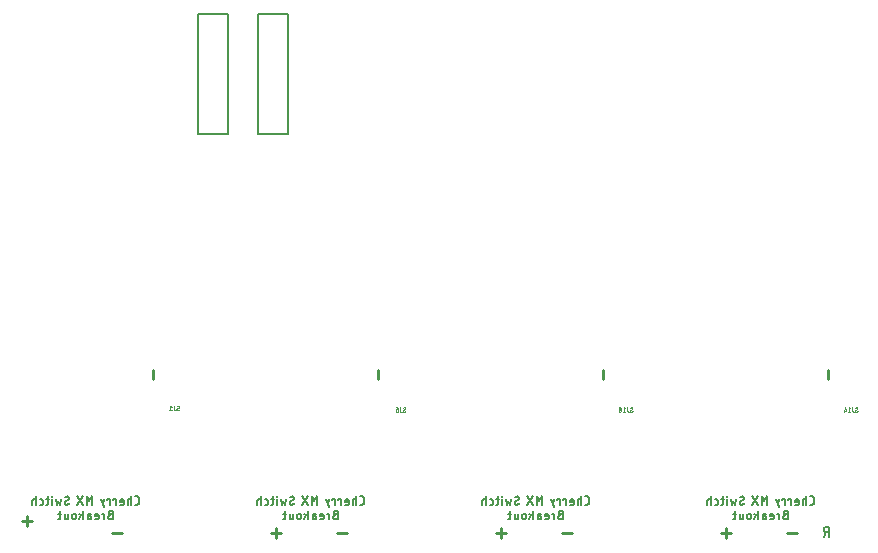
<source format=gbr>
G04 EAGLE Gerber RS-274X export*
G75*
%MOMM*%
%FSLAX34Y34*%
%LPD*%
%INSilkscreen Bottom*%
%IPPOS*%
%AMOC8*
5,1,8,0,0,1.08239X$1,22.5*%
G01*
%ADD10C,0.127000*%
%ADD11C,0.254000*%
%ADD12C,0.228600*%
%ADD13C,0.152400*%
%ADD14C,0.025400*%


D10*
X467536Y486537D02*
X469060Y486537D01*
X469137Y486539D01*
X469214Y486545D01*
X469291Y486555D01*
X469367Y486568D01*
X469442Y486586D01*
X469516Y486607D01*
X469589Y486632D01*
X469661Y486661D01*
X469731Y486693D01*
X469800Y486728D01*
X469866Y486768D01*
X469931Y486810D01*
X469993Y486856D01*
X470053Y486905D01*
X470110Y486956D01*
X470165Y487011D01*
X470216Y487068D01*
X470265Y487128D01*
X470311Y487190D01*
X470353Y487255D01*
X470393Y487321D01*
X470428Y487390D01*
X470460Y487460D01*
X470489Y487532D01*
X470514Y487605D01*
X470535Y487679D01*
X470553Y487754D01*
X470566Y487830D01*
X470576Y487907D01*
X470582Y487984D01*
X470584Y488061D01*
X470584Y491871D01*
X470582Y491948D01*
X470576Y492025D01*
X470566Y492102D01*
X470553Y492178D01*
X470535Y492253D01*
X470514Y492327D01*
X470489Y492400D01*
X470460Y492472D01*
X470428Y492542D01*
X470393Y492611D01*
X470353Y492677D01*
X470311Y492742D01*
X470265Y492804D01*
X470216Y492864D01*
X470165Y492921D01*
X470110Y492976D01*
X470053Y493027D01*
X469993Y493076D01*
X469931Y493122D01*
X469866Y493164D01*
X469800Y493204D01*
X469731Y493239D01*
X469661Y493271D01*
X469589Y493300D01*
X469516Y493325D01*
X469442Y493346D01*
X469367Y493364D01*
X469291Y493377D01*
X469214Y493387D01*
X469137Y493393D01*
X469060Y493395D01*
X467536Y493395D01*
X464319Y493395D02*
X464319Y486537D01*
X464319Y491109D02*
X462414Y491109D01*
X462348Y491107D01*
X462281Y491101D01*
X462216Y491092D01*
X462150Y491078D01*
X462086Y491061D01*
X462023Y491040D01*
X461961Y491016D01*
X461901Y490987D01*
X461843Y490956D01*
X461786Y490921D01*
X461731Y490883D01*
X461679Y490842D01*
X461630Y490797D01*
X461583Y490750D01*
X461538Y490701D01*
X461497Y490649D01*
X461459Y490594D01*
X461424Y490538D01*
X461393Y490479D01*
X461364Y490419D01*
X461340Y490357D01*
X461319Y490294D01*
X461302Y490230D01*
X461288Y490164D01*
X461279Y490099D01*
X461273Y490032D01*
X461271Y489966D01*
X461271Y486537D01*
X456592Y486537D02*
X454687Y486537D01*
X456592Y486537D02*
X456658Y486539D01*
X456725Y486545D01*
X456790Y486554D01*
X456856Y486568D01*
X456920Y486585D01*
X456983Y486606D01*
X457045Y486630D01*
X457105Y486659D01*
X457164Y486690D01*
X457220Y486725D01*
X457275Y486763D01*
X457327Y486804D01*
X457376Y486849D01*
X457423Y486896D01*
X457468Y486945D01*
X457509Y486997D01*
X457547Y487052D01*
X457582Y487109D01*
X457613Y487167D01*
X457642Y487227D01*
X457666Y487289D01*
X457687Y487352D01*
X457704Y487416D01*
X457718Y487482D01*
X457727Y487547D01*
X457733Y487614D01*
X457735Y487680D01*
X457735Y489585D01*
X457733Y489662D01*
X457727Y489739D01*
X457717Y489816D01*
X457704Y489892D01*
X457686Y489967D01*
X457665Y490041D01*
X457640Y490114D01*
X457611Y490186D01*
X457579Y490256D01*
X457544Y490325D01*
X457504Y490391D01*
X457462Y490456D01*
X457416Y490518D01*
X457367Y490578D01*
X457316Y490635D01*
X457261Y490690D01*
X457204Y490741D01*
X457144Y490790D01*
X457082Y490836D01*
X457017Y490878D01*
X456951Y490918D01*
X456882Y490953D01*
X456812Y490985D01*
X456740Y491014D01*
X456667Y491039D01*
X456593Y491060D01*
X456518Y491078D01*
X456442Y491091D01*
X456365Y491101D01*
X456288Y491107D01*
X456211Y491109D01*
X456134Y491107D01*
X456057Y491101D01*
X455980Y491091D01*
X455904Y491078D01*
X455829Y491060D01*
X455755Y491039D01*
X455682Y491014D01*
X455610Y490985D01*
X455540Y490953D01*
X455471Y490918D01*
X455405Y490878D01*
X455340Y490836D01*
X455278Y490790D01*
X455218Y490741D01*
X455161Y490690D01*
X455106Y490635D01*
X455055Y490578D01*
X455006Y490518D01*
X454960Y490456D01*
X454918Y490391D01*
X454878Y490325D01*
X454843Y490256D01*
X454811Y490186D01*
X454782Y490114D01*
X454757Y490041D01*
X454736Y489967D01*
X454718Y489892D01*
X454705Y489816D01*
X454695Y489739D01*
X454689Y489662D01*
X454687Y489585D01*
X454687Y488823D01*
X457735Y488823D01*
X451089Y486537D02*
X451089Y491109D01*
X448803Y491109D01*
X448803Y490347D01*
X445968Y491109D02*
X445968Y486537D01*
X445968Y491109D02*
X443682Y491109D01*
X443682Y490347D01*
X441398Y484251D02*
X440636Y484251D01*
X438350Y491109D01*
X441398Y491109D02*
X439874Y486537D01*
X430944Y486537D02*
X430944Y493395D01*
X428658Y489585D01*
X426372Y493395D01*
X426372Y486537D01*
X422897Y486537D02*
X418325Y493395D01*
X422897Y493395D02*
X418325Y486537D01*
X409257Y486537D02*
X409180Y486539D01*
X409103Y486545D01*
X409026Y486555D01*
X408950Y486568D01*
X408875Y486586D01*
X408801Y486607D01*
X408728Y486632D01*
X408656Y486661D01*
X408586Y486693D01*
X408517Y486728D01*
X408451Y486768D01*
X408386Y486810D01*
X408324Y486856D01*
X408264Y486905D01*
X408207Y486956D01*
X408152Y487011D01*
X408101Y487068D01*
X408052Y487128D01*
X408006Y487190D01*
X407964Y487255D01*
X407924Y487321D01*
X407889Y487390D01*
X407857Y487460D01*
X407828Y487532D01*
X407803Y487605D01*
X407782Y487679D01*
X407764Y487754D01*
X407751Y487830D01*
X407741Y487907D01*
X407735Y487984D01*
X407733Y488061D01*
X409257Y486537D02*
X409367Y486539D01*
X409478Y486545D01*
X409588Y486554D01*
X409698Y486567D01*
X409807Y486584D01*
X409915Y486605D01*
X410023Y486629D01*
X410130Y486658D01*
X410236Y486689D01*
X410340Y486725D01*
X410444Y486764D01*
X410546Y486806D01*
X410646Y486852D01*
X410745Y486902D01*
X410842Y486954D01*
X410938Y487011D01*
X411031Y487070D01*
X411122Y487132D01*
X411211Y487198D01*
X411298Y487266D01*
X411382Y487338D01*
X411464Y487412D01*
X411543Y487489D01*
X411353Y491871D02*
X411351Y491948D01*
X411345Y492025D01*
X411335Y492102D01*
X411322Y492178D01*
X411304Y492253D01*
X411283Y492327D01*
X411258Y492400D01*
X411229Y492472D01*
X411197Y492542D01*
X411162Y492611D01*
X411122Y492677D01*
X411080Y492742D01*
X411034Y492804D01*
X410985Y492864D01*
X410934Y492921D01*
X410879Y492976D01*
X410822Y493027D01*
X410762Y493076D01*
X410700Y493122D01*
X410635Y493164D01*
X410569Y493204D01*
X410500Y493239D01*
X410430Y493271D01*
X410358Y493300D01*
X410285Y493325D01*
X410211Y493346D01*
X410136Y493364D01*
X410060Y493377D01*
X409983Y493387D01*
X409906Y493393D01*
X409829Y493395D01*
X409829Y493396D02*
X409727Y493394D01*
X409625Y493389D01*
X409523Y493380D01*
X409422Y493367D01*
X409321Y493350D01*
X409221Y493331D01*
X409121Y493307D01*
X409023Y493280D01*
X408925Y493249D01*
X408829Y493215D01*
X408734Y493178D01*
X408640Y493137D01*
X408548Y493093D01*
X408458Y493045D01*
X408369Y492995D01*
X408282Y492941D01*
X408197Y492884D01*
X408114Y492824D01*
X410591Y490537D02*
X410656Y490578D01*
X410719Y490621D01*
X410779Y490668D01*
X410838Y490718D01*
X410893Y490770D01*
X410946Y490825D01*
X410997Y490883D01*
X411044Y490943D01*
X411088Y491006D01*
X411130Y491070D01*
X411168Y491136D01*
X411202Y491205D01*
X411233Y491275D01*
X411261Y491346D01*
X411285Y491418D01*
X411306Y491492D01*
X411323Y491567D01*
X411336Y491642D01*
X411345Y491718D01*
X411351Y491794D01*
X411353Y491871D01*
X408495Y489395D02*
X408430Y489354D01*
X408367Y489311D01*
X408307Y489264D01*
X408248Y489214D01*
X408193Y489162D01*
X408140Y489107D01*
X408089Y489049D01*
X408042Y488989D01*
X407998Y488926D01*
X407956Y488862D01*
X407918Y488796D01*
X407884Y488727D01*
X407853Y488657D01*
X407825Y488586D01*
X407801Y488514D01*
X407780Y488440D01*
X407763Y488365D01*
X407750Y488290D01*
X407741Y488214D01*
X407735Y488138D01*
X407733Y488061D01*
X408495Y489395D02*
X410591Y490538D01*
X404609Y491109D02*
X403466Y486537D01*
X402323Y489585D01*
X401180Y486537D01*
X400037Y491109D01*
X396958Y491109D02*
X396958Y486537D01*
X397149Y493014D02*
X397149Y493395D01*
X396768Y493395D01*
X396768Y493014D01*
X397149Y493014D01*
X394531Y491109D02*
X392245Y491109D01*
X393769Y493395D02*
X393769Y487680D01*
X393767Y487614D01*
X393761Y487547D01*
X393752Y487482D01*
X393738Y487416D01*
X393721Y487352D01*
X393700Y487289D01*
X393676Y487227D01*
X393647Y487167D01*
X393616Y487109D01*
X393581Y487052D01*
X393543Y486997D01*
X393502Y486945D01*
X393457Y486896D01*
X393410Y486849D01*
X393361Y486804D01*
X393309Y486763D01*
X393254Y486725D01*
X393198Y486690D01*
X393139Y486659D01*
X393079Y486630D01*
X393017Y486606D01*
X392954Y486585D01*
X392890Y486568D01*
X392824Y486554D01*
X392759Y486545D01*
X392692Y486539D01*
X392626Y486537D01*
X392245Y486537D01*
X388061Y486537D02*
X386537Y486537D01*
X388061Y486537D02*
X388127Y486539D01*
X388194Y486545D01*
X388259Y486554D01*
X388325Y486568D01*
X388389Y486585D01*
X388452Y486606D01*
X388514Y486630D01*
X388574Y486659D01*
X388633Y486690D01*
X388689Y486725D01*
X388744Y486763D01*
X388796Y486804D01*
X388845Y486849D01*
X388892Y486896D01*
X388937Y486945D01*
X388978Y486997D01*
X389016Y487052D01*
X389051Y487109D01*
X389082Y487167D01*
X389111Y487227D01*
X389135Y487289D01*
X389156Y487352D01*
X389173Y487416D01*
X389187Y487482D01*
X389196Y487547D01*
X389202Y487614D01*
X389204Y487680D01*
X389204Y489966D01*
X389202Y490032D01*
X389196Y490099D01*
X389187Y490164D01*
X389173Y490230D01*
X389156Y490294D01*
X389135Y490357D01*
X389111Y490419D01*
X389082Y490479D01*
X389051Y490538D01*
X389016Y490594D01*
X388978Y490649D01*
X388937Y490701D01*
X388892Y490750D01*
X388845Y490797D01*
X388796Y490842D01*
X388744Y490883D01*
X388689Y490921D01*
X388633Y490956D01*
X388574Y490987D01*
X388514Y491016D01*
X388452Y491040D01*
X388389Y491061D01*
X388325Y491078D01*
X388259Y491092D01*
X388194Y491101D01*
X388127Y491107D01*
X388061Y491109D01*
X386537Y491109D01*
X383365Y493395D02*
X383365Y486537D01*
X383365Y491109D02*
X381460Y491109D01*
X381394Y491107D01*
X381327Y491101D01*
X381262Y491092D01*
X381196Y491078D01*
X381132Y491061D01*
X381069Y491040D01*
X381007Y491016D01*
X380947Y490987D01*
X380889Y490956D01*
X380832Y490921D01*
X380777Y490883D01*
X380725Y490842D01*
X380676Y490797D01*
X380629Y490750D01*
X380584Y490701D01*
X380543Y490649D01*
X380505Y490594D01*
X380470Y490538D01*
X380439Y490479D01*
X380410Y490419D01*
X380386Y490357D01*
X380365Y490294D01*
X380348Y490230D01*
X380334Y490164D01*
X380325Y490099D01*
X380319Y490032D01*
X380317Y489966D01*
X380317Y486537D01*
X446525Y478155D02*
X448430Y478155D01*
X446525Y478155D02*
X446440Y478153D01*
X446354Y478147D01*
X446269Y478138D01*
X446185Y478124D01*
X446101Y478107D01*
X446018Y478086D01*
X445936Y478062D01*
X445856Y478034D01*
X445776Y478002D01*
X445698Y477966D01*
X445622Y477928D01*
X445548Y477885D01*
X445476Y477840D01*
X445405Y477791D01*
X445337Y477739D01*
X445272Y477685D01*
X445209Y477627D01*
X445148Y477566D01*
X445090Y477503D01*
X445036Y477438D01*
X444984Y477370D01*
X444935Y477299D01*
X444890Y477227D01*
X444847Y477153D01*
X444809Y477077D01*
X444773Y476999D01*
X444741Y476919D01*
X444713Y476839D01*
X444689Y476757D01*
X444668Y476674D01*
X444651Y476590D01*
X444637Y476506D01*
X444628Y476421D01*
X444622Y476335D01*
X444620Y476250D01*
X444622Y476165D01*
X444628Y476079D01*
X444637Y475994D01*
X444651Y475910D01*
X444668Y475826D01*
X444689Y475743D01*
X444713Y475661D01*
X444741Y475581D01*
X444773Y475501D01*
X444809Y475423D01*
X444847Y475347D01*
X444890Y475273D01*
X444935Y475201D01*
X444984Y475130D01*
X445036Y475062D01*
X445090Y474997D01*
X445148Y474934D01*
X445209Y474873D01*
X445272Y474815D01*
X445337Y474761D01*
X445405Y474709D01*
X445476Y474660D01*
X445548Y474615D01*
X445622Y474572D01*
X445698Y474534D01*
X445776Y474498D01*
X445856Y474466D01*
X445936Y474438D01*
X446018Y474414D01*
X446101Y474393D01*
X446185Y474376D01*
X446269Y474362D01*
X446354Y474353D01*
X446440Y474347D01*
X446525Y474345D01*
X448430Y474345D01*
X448430Y481203D01*
X446525Y481203D01*
X446448Y481201D01*
X446371Y481195D01*
X446294Y481185D01*
X446218Y481172D01*
X446143Y481154D01*
X446069Y481133D01*
X445996Y481108D01*
X445924Y481079D01*
X445854Y481047D01*
X445785Y481012D01*
X445719Y480972D01*
X445654Y480930D01*
X445592Y480884D01*
X445532Y480835D01*
X445475Y480784D01*
X445420Y480729D01*
X445369Y480672D01*
X445320Y480612D01*
X445274Y480550D01*
X445232Y480485D01*
X445192Y480419D01*
X445157Y480350D01*
X445125Y480280D01*
X445096Y480208D01*
X445071Y480135D01*
X445050Y480061D01*
X445032Y479986D01*
X445019Y479910D01*
X445009Y479833D01*
X445003Y479756D01*
X445001Y479679D01*
X445003Y479602D01*
X445009Y479525D01*
X445019Y479448D01*
X445032Y479372D01*
X445050Y479297D01*
X445071Y479223D01*
X445096Y479150D01*
X445125Y479078D01*
X445157Y479008D01*
X445192Y478939D01*
X445232Y478873D01*
X445274Y478808D01*
X445320Y478746D01*
X445369Y478686D01*
X445420Y478629D01*
X445475Y478574D01*
X445532Y478523D01*
X445592Y478474D01*
X445654Y478428D01*
X445719Y478386D01*
X445785Y478346D01*
X445854Y478311D01*
X445924Y478279D01*
X445996Y478250D01*
X446069Y478225D01*
X446143Y478204D01*
X446218Y478186D01*
X446294Y478173D01*
X446371Y478163D01*
X446448Y478157D01*
X446525Y478155D01*
X441319Y478917D02*
X441319Y474345D01*
X441319Y478917D02*
X439033Y478917D01*
X439033Y478155D01*
X435362Y474345D02*
X433457Y474345D01*
X435362Y474345D02*
X435428Y474347D01*
X435495Y474353D01*
X435560Y474362D01*
X435626Y474376D01*
X435690Y474393D01*
X435753Y474414D01*
X435815Y474438D01*
X435875Y474467D01*
X435934Y474498D01*
X435990Y474533D01*
X436045Y474571D01*
X436097Y474612D01*
X436146Y474657D01*
X436193Y474704D01*
X436238Y474753D01*
X436279Y474805D01*
X436317Y474860D01*
X436352Y474917D01*
X436383Y474975D01*
X436412Y475035D01*
X436436Y475097D01*
X436457Y475160D01*
X436474Y475224D01*
X436488Y475290D01*
X436497Y475355D01*
X436503Y475422D01*
X436505Y475488D01*
X436505Y477393D01*
X436503Y477470D01*
X436497Y477547D01*
X436487Y477624D01*
X436474Y477700D01*
X436456Y477775D01*
X436435Y477849D01*
X436410Y477922D01*
X436381Y477994D01*
X436349Y478064D01*
X436314Y478133D01*
X436274Y478199D01*
X436232Y478264D01*
X436186Y478326D01*
X436137Y478386D01*
X436086Y478443D01*
X436031Y478498D01*
X435974Y478549D01*
X435914Y478598D01*
X435852Y478644D01*
X435787Y478686D01*
X435721Y478726D01*
X435652Y478761D01*
X435582Y478793D01*
X435510Y478822D01*
X435437Y478847D01*
X435363Y478868D01*
X435288Y478886D01*
X435212Y478899D01*
X435135Y478909D01*
X435058Y478915D01*
X434981Y478917D01*
X434904Y478915D01*
X434827Y478909D01*
X434750Y478899D01*
X434674Y478886D01*
X434599Y478868D01*
X434525Y478847D01*
X434452Y478822D01*
X434380Y478793D01*
X434310Y478761D01*
X434241Y478726D01*
X434175Y478686D01*
X434110Y478644D01*
X434048Y478598D01*
X433988Y478549D01*
X433931Y478498D01*
X433876Y478443D01*
X433825Y478386D01*
X433776Y478326D01*
X433730Y478264D01*
X433688Y478199D01*
X433648Y478133D01*
X433613Y478064D01*
X433581Y477994D01*
X433552Y477922D01*
X433527Y477849D01*
X433506Y477775D01*
X433488Y477700D01*
X433475Y477624D01*
X433465Y477547D01*
X433459Y477470D01*
X433457Y477393D01*
X433457Y476631D01*
X436505Y476631D01*
X428887Y477012D02*
X427173Y477012D01*
X428887Y477013D02*
X428959Y477011D01*
X429031Y477005D01*
X429103Y476995D01*
X429174Y476982D01*
X429244Y476964D01*
X429313Y476943D01*
X429381Y476918D01*
X429447Y476890D01*
X429512Y476858D01*
X429575Y476822D01*
X429636Y476783D01*
X429694Y476741D01*
X429751Y476696D01*
X429804Y476647D01*
X429855Y476596D01*
X429904Y476543D01*
X429949Y476486D01*
X429991Y476428D01*
X430030Y476367D01*
X430066Y476304D01*
X430098Y476239D01*
X430126Y476173D01*
X430151Y476105D01*
X430172Y476036D01*
X430190Y475966D01*
X430203Y475895D01*
X430213Y475823D01*
X430219Y475751D01*
X430221Y475679D01*
X430219Y475607D01*
X430213Y475535D01*
X430203Y475463D01*
X430190Y475392D01*
X430172Y475322D01*
X430151Y475253D01*
X430126Y475185D01*
X430098Y475119D01*
X430066Y475054D01*
X430030Y474991D01*
X429991Y474930D01*
X429949Y474872D01*
X429904Y474815D01*
X429855Y474762D01*
X429804Y474711D01*
X429751Y474662D01*
X429694Y474617D01*
X429636Y474575D01*
X429575Y474536D01*
X429512Y474500D01*
X429447Y474468D01*
X429381Y474440D01*
X429313Y474415D01*
X429244Y474394D01*
X429174Y474376D01*
X429103Y474363D01*
X429031Y474353D01*
X428959Y474347D01*
X428887Y474345D01*
X427173Y474345D01*
X427173Y477774D01*
X427175Y477840D01*
X427181Y477907D01*
X427190Y477972D01*
X427204Y478038D01*
X427221Y478102D01*
X427242Y478165D01*
X427266Y478227D01*
X427295Y478287D01*
X427326Y478346D01*
X427361Y478402D01*
X427399Y478457D01*
X427440Y478509D01*
X427485Y478558D01*
X427532Y478605D01*
X427581Y478650D01*
X427633Y478691D01*
X427688Y478729D01*
X427745Y478764D01*
X427803Y478795D01*
X427863Y478824D01*
X427925Y478848D01*
X427988Y478869D01*
X428052Y478886D01*
X428118Y478900D01*
X428183Y478909D01*
X428250Y478915D01*
X428316Y478917D01*
X429840Y478917D01*
X423210Y481203D02*
X423210Y474345D01*
X423210Y476631D02*
X420162Y478917D01*
X421876Y477584D02*
X420162Y474345D01*
X417242Y475869D02*
X417242Y477393D01*
X417240Y477470D01*
X417234Y477547D01*
X417224Y477624D01*
X417211Y477700D01*
X417193Y477775D01*
X417172Y477849D01*
X417147Y477922D01*
X417118Y477994D01*
X417086Y478064D01*
X417051Y478133D01*
X417011Y478199D01*
X416969Y478264D01*
X416923Y478326D01*
X416874Y478386D01*
X416823Y478443D01*
X416768Y478498D01*
X416711Y478549D01*
X416651Y478598D01*
X416589Y478644D01*
X416524Y478686D01*
X416458Y478726D01*
X416389Y478761D01*
X416319Y478793D01*
X416247Y478822D01*
X416174Y478847D01*
X416100Y478868D01*
X416025Y478886D01*
X415949Y478899D01*
X415872Y478909D01*
X415795Y478915D01*
X415718Y478917D01*
X415641Y478915D01*
X415564Y478909D01*
X415487Y478899D01*
X415411Y478886D01*
X415336Y478868D01*
X415262Y478847D01*
X415189Y478822D01*
X415117Y478793D01*
X415047Y478761D01*
X414978Y478726D01*
X414912Y478686D01*
X414847Y478644D01*
X414785Y478598D01*
X414725Y478549D01*
X414668Y478498D01*
X414613Y478443D01*
X414562Y478386D01*
X414513Y478326D01*
X414467Y478264D01*
X414425Y478199D01*
X414385Y478133D01*
X414350Y478064D01*
X414318Y477994D01*
X414289Y477922D01*
X414264Y477849D01*
X414243Y477775D01*
X414225Y477700D01*
X414212Y477624D01*
X414202Y477547D01*
X414196Y477470D01*
X414194Y477393D01*
X414194Y475869D01*
X414196Y475792D01*
X414202Y475715D01*
X414212Y475638D01*
X414225Y475562D01*
X414243Y475487D01*
X414264Y475413D01*
X414289Y475340D01*
X414318Y475268D01*
X414350Y475198D01*
X414385Y475129D01*
X414425Y475063D01*
X414467Y474998D01*
X414513Y474936D01*
X414562Y474876D01*
X414613Y474819D01*
X414668Y474764D01*
X414725Y474713D01*
X414785Y474664D01*
X414847Y474618D01*
X414912Y474576D01*
X414978Y474536D01*
X415047Y474501D01*
X415117Y474469D01*
X415189Y474440D01*
X415262Y474415D01*
X415336Y474394D01*
X415411Y474376D01*
X415487Y474363D01*
X415564Y474353D01*
X415641Y474347D01*
X415718Y474345D01*
X415795Y474347D01*
X415872Y474353D01*
X415949Y474363D01*
X416025Y474376D01*
X416100Y474394D01*
X416174Y474415D01*
X416247Y474440D01*
X416319Y474469D01*
X416389Y474501D01*
X416458Y474536D01*
X416524Y474576D01*
X416589Y474618D01*
X416651Y474664D01*
X416711Y474713D01*
X416768Y474764D01*
X416823Y474819D01*
X416874Y474876D01*
X416923Y474936D01*
X416969Y474998D01*
X417011Y475063D01*
X417051Y475129D01*
X417086Y475198D01*
X417118Y475268D01*
X417147Y475340D01*
X417172Y475413D01*
X417193Y475487D01*
X417211Y475562D01*
X417224Y475638D01*
X417234Y475715D01*
X417240Y475792D01*
X417242Y475869D01*
X410658Y475488D02*
X410658Y478917D01*
X410658Y475488D02*
X410656Y475422D01*
X410650Y475355D01*
X410641Y475290D01*
X410627Y475224D01*
X410610Y475160D01*
X410589Y475097D01*
X410565Y475035D01*
X410536Y474975D01*
X410505Y474917D01*
X410470Y474860D01*
X410432Y474805D01*
X410391Y474753D01*
X410346Y474704D01*
X410299Y474657D01*
X410250Y474612D01*
X410198Y474571D01*
X410143Y474533D01*
X410087Y474498D01*
X410028Y474467D01*
X409968Y474438D01*
X409906Y474414D01*
X409843Y474393D01*
X409779Y474376D01*
X409713Y474362D01*
X409648Y474353D01*
X409581Y474347D01*
X409515Y474345D01*
X407610Y474345D01*
X407610Y478917D01*
X404756Y478917D02*
X402470Y478917D01*
X403994Y481203D02*
X403994Y475488D01*
X403992Y475422D01*
X403986Y475355D01*
X403977Y475290D01*
X403963Y475224D01*
X403946Y475160D01*
X403925Y475097D01*
X403901Y475035D01*
X403872Y474975D01*
X403841Y474917D01*
X403806Y474860D01*
X403768Y474805D01*
X403727Y474753D01*
X403682Y474704D01*
X403635Y474657D01*
X403586Y474612D01*
X403534Y474571D01*
X403479Y474533D01*
X403423Y474498D01*
X403364Y474467D01*
X403304Y474438D01*
X403242Y474414D01*
X403179Y474393D01*
X403115Y474376D01*
X403049Y474362D01*
X402984Y474353D01*
X402917Y474347D01*
X402851Y474345D01*
X402470Y474345D01*
D11*
X482600Y593090D02*
X482600Y600710D01*
D12*
X380492Y472271D02*
X371856Y472271D01*
X376174Y467953D02*
X376174Y476589D01*
X447548Y462111D02*
X456184Y462111D01*
D10*
X658036Y486537D02*
X659560Y486537D01*
X659637Y486539D01*
X659714Y486545D01*
X659791Y486555D01*
X659867Y486568D01*
X659942Y486586D01*
X660016Y486607D01*
X660089Y486632D01*
X660161Y486661D01*
X660231Y486693D01*
X660300Y486728D01*
X660366Y486768D01*
X660431Y486810D01*
X660493Y486856D01*
X660553Y486905D01*
X660610Y486956D01*
X660665Y487011D01*
X660716Y487068D01*
X660765Y487128D01*
X660811Y487190D01*
X660853Y487255D01*
X660893Y487321D01*
X660928Y487390D01*
X660960Y487460D01*
X660989Y487532D01*
X661014Y487605D01*
X661035Y487679D01*
X661053Y487754D01*
X661066Y487830D01*
X661076Y487907D01*
X661082Y487984D01*
X661084Y488061D01*
X661084Y491871D01*
X661082Y491948D01*
X661076Y492025D01*
X661066Y492102D01*
X661053Y492178D01*
X661035Y492253D01*
X661014Y492327D01*
X660989Y492400D01*
X660960Y492472D01*
X660928Y492542D01*
X660893Y492611D01*
X660853Y492677D01*
X660811Y492742D01*
X660765Y492804D01*
X660716Y492864D01*
X660665Y492921D01*
X660610Y492976D01*
X660553Y493027D01*
X660493Y493076D01*
X660431Y493122D01*
X660366Y493164D01*
X660300Y493204D01*
X660231Y493239D01*
X660161Y493271D01*
X660089Y493300D01*
X660016Y493325D01*
X659942Y493346D01*
X659867Y493364D01*
X659791Y493377D01*
X659714Y493387D01*
X659637Y493393D01*
X659560Y493395D01*
X658036Y493395D01*
X654819Y493395D02*
X654819Y486537D01*
X654819Y491109D02*
X652914Y491109D01*
X652848Y491107D01*
X652781Y491101D01*
X652716Y491092D01*
X652650Y491078D01*
X652586Y491061D01*
X652523Y491040D01*
X652461Y491016D01*
X652401Y490987D01*
X652343Y490956D01*
X652286Y490921D01*
X652231Y490883D01*
X652179Y490842D01*
X652130Y490797D01*
X652083Y490750D01*
X652038Y490701D01*
X651997Y490649D01*
X651959Y490594D01*
X651924Y490538D01*
X651893Y490479D01*
X651864Y490419D01*
X651840Y490357D01*
X651819Y490294D01*
X651802Y490230D01*
X651788Y490164D01*
X651779Y490099D01*
X651773Y490032D01*
X651771Y489966D01*
X651771Y486537D01*
X647092Y486537D02*
X645187Y486537D01*
X647092Y486537D02*
X647158Y486539D01*
X647225Y486545D01*
X647290Y486554D01*
X647356Y486568D01*
X647420Y486585D01*
X647483Y486606D01*
X647545Y486630D01*
X647605Y486659D01*
X647664Y486690D01*
X647720Y486725D01*
X647775Y486763D01*
X647827Y486804D01*
X647876Y486849D01*
X647923Y486896D01*
X647968Y486945D01*
X648009Y486997D01*
X648047Y487052D01*
X648082Y487109D01*
X648113Y487167D01*
X648142Y487227D01*
X648166Y487289D01*
X648187Y487352D01*
X648204Y487416D01*
X648218Y487482D01*
X648227Y487547D01*
X648233Y487614D01*
X648235Y487680D01*
X648235Y489585D01*
X648233Y489662D01*
X648227Y489739D01*
X648217Y489816D01*
X648204Y489892D01*
X648186Y489967D01*
X648165Y490041D01*
X648140Y490114D01*
X648111Y490186D01*
X648079Y490256D01*
X648044Y490325D01*
X648004Y490391D01*
X647962Y490456D01*
X647916Y490518D01*
X647867Y490578D01*
X647816Y490635D01*
X647761Y490690D01*
X647704Y490741D01*
X647644Y490790D01*
X647582Y490836D01*
X647517Y490878D01*
X647451Y490918D01*
X647382Y490953D01*
X647312Y490985D01*
X647240Y491014D01*
X647167Y491039D01*
X647093Y491060D01*
X647018Y491078D01*
X646942Y491091D01*
X646865Y491101D01*
X646788Y491107D01*
X646711Y491109D01*
X646634Y491107D01*
X646557Y491101D01*
X646480Y491091D01*
X646404Y491078D01*
X646329Y491060D01*
X646255Y491039D01*
X646182Y491014D01*
X646110Y490985D01*
X646040Y490953D01*
X645971Y490918D01*
X645905Y490878D01*
X645840Y490836D01*
X645778Y490790D01*
X645718Y490741D01*
X645661Y490690D01*
X645606Y490635D01*
X645555Y490578D01*
X645506Y490518D01*
X645460Y490456D01*
X645418Y490391D01*
X645378Y490325D01*
X645343Y490256D01*
X645311Y490186D01*
X645282Y490114D01*
X645257Y490041D01*
X645236Y489967D01*
X645218Y489892D01*
X645205Y489816D01*
X645195Y489739D01*
X645189Y489662D01*
X645187Y489585D01*
X645187Y488823D01*
X648235Y488823D01*
X641589Y486537D02*
X641589Y491109D01*
X639303Y491109D01*
X639303Y490347D01*
X636468Y491109D02*
X636468Y486537D01*
X636468Y491109D02*
X634182Y491109D01*
X634182Y490347D01*
X631898Y484251D02*
X631136Y484251D01*
X628850Y491109D01*
X631898Y491109D02*
X630374Y486537D01*
X621444Y486537D02*
X621444Y493395D01*
X619158Y489585D01*
X616872Y493395D01*
X616872Y486537D01*
X613397Y486537D02*
X608825Y493395D01*
X613397Y493395D02*
X608825Y486537D01*
X599757Y486537D02*
X599680Y486539D01*
X599603Y486545D01*
X599526Y486555D01*
X599450Y486568D01*
X599375Y486586D01*
X599301Y486607D01*
X599228Y486632D01*
X599156Y486661D01*
X599086Y486693D01*
X599017Y486728D01*
X598951Y486768D01*
X598886Y486810D01*
X598824Y486856D01*
X598764Y486905D01*
X598707Y486956D01*
X598652Y487011D01*
X598601Y487068D01*
X598552Y487128D01*
X598506Y487190D01*
X598464Y487255D01*
X598424Y487321D01*
X598389Y487390D01*
X598357Y487460D01*
X598328Y487532D01*
X598303Y487605D01*
X598282Y487679D01*
X598264Y487754D01*
X598251Y487830D01*
X598241Y487907D01*
X598235Y487984D01*
X598233Y488061D01*
X599757Y486537D02*
X599867Y486539D01*
X599978Y486545D01*
X600088Y486554D01*
X600198Y486567D01*
X600307Y486584D01*
X600415Y486605D01*
X600523Y486629D01*
X600630Y486658D01*
X600736Y486689D01*
X600840Y486725D01*
X600944Y486764D01*
X601046Y486806D01*
X601146Y486852D01*
X601245Y486902D01*
X601342Y486954D01*
X601438Y487011D01*
X601531Y487070D01*
X601622Y487132D01*
X601711Y487198D01*
X601798Y487266D01*
X601882Y487338D01*
X601964Y487412D01*
X602043Y487489D01*
X601853Y491871D02*
X601851Y491948D01*
X601845Y492025D01*
X601835Y492102D01*
X601822Y492178D01*
X601804Y492253D01*
X601783Y492327D01*
X601758Y492400D01*
X601729Y492472D01*
X601697Y492542D01*
X601662Y492611D01*
X601622Y492677D01*
X601580Y492742D01*
X601534Y492804D01*
X601485Y492864D01*
X601434Y492921D01*
X601379Y492976D01*
X601322Y493027D01*
X601262Y493076D01*
X601200Y493122D01*
X601135Y493164D01*
X601069Y493204D01*
X601000Y493239D01*
X600930Y493271D01*
X600858Y493300D01*
X600785Y493325D01*
X600711Y493346D01*
X600636Y493364D01*
X600560Y493377D01*
X600483Y493387D01*
X600406Y493393D01*
X600329Y493395D01*
X600329Y493396D02*
X600227Y493394D01*
X600125Y493389D01*
X600023Y493380D01*
X599922Y493367D01*
X599821Y493350D01*
X599721Y493331D01*
X599621Y493307D01*
X599523Y493280D01*
X599425Y493249D01*
X599329Y493215D01*
X599234Y493178D01*
X599140Y493137D01*
X599048Y493093D01*
X598958Y493045D01*
X598869Y492995D01*
X598782Y492941D01*
X598697Y492884D01*
X598614Y492824D01*
X601091Y490537D02*
X601156Y490578D01*
X601219Y490621D01*
X601279Y490668D01*
X601338Y490718D01*
X601393Y490770D01*
X601446Y490825D01*
X601497Y490883D01*
X601544Y490943D01*
X601588Y491006D01*
X601630Y491070D01*
X601668Y491136D01*
X601702Y491205D01*
X601733Y491275D01*
X601761Y491346D01*
X601785Y491418D01*
X601806Y491492D01*
X601823Y491567D01*
X601836Y491642D01*
X601845Y491718D01*
X601851Y491794D01*
X601853Y491871D01*
X598995Y489395D02*
X598930Y489354D01*
X598867Y489311D01*
X598807Y489264D01*
X598748Y489214D01*
X598693Y489162D01*
X598640Y489107D01*
X598589Y489049D01*
X598542Y488989D01*
X598498Y488926D01*
X598456Y488862D01*
X598418Y488796D01*
X598384Y488727D01*
X598353Y488657D01*
X598325Y488586D01*
X598301Y488514D01*
X598280Y488440D01*
X598263Y488365D01*
X598250Y488290D01*
X598241Y488214D01*
X598235Y488138D01*
X598233Y488061D01*
X598995Y489395D02*
X601091Y490538D01*
X595109Y491109D02*
X593966Y486537D01*
X592823Y489585D01*
X591680Y486537D01*
X590537Y491109D01*
X587458Y491109D02*
X587458Y486537D01*
X587649Y493014D02*
X587649Y493395D01*
X587268Y493395D01*
X587268Y493014D01*
X587649Y493014D01*
X585031Y491109D02*
X582745Y491109D01*
X584269Y493395D02*
X584269Y487680D01*
X584267Y487614D01*
X584261Y487547D01*
X584252Y487482D01*
X584238Y487416D01*
X584221Y487352D01*
X584200Y487289D01*
X584176Y487227D01*
X584147Y487167D01*
X584116Y487109D01*
X584081Y487052D01*
X584043Y486997D01*
X584002Y486945D01*
X583957Y486896D01*
X583910Y486849D01*
X583861Y486804D01*
X583809Y486763D01*
X583754Y486725D01*
X583698Y486690D01*
X583639Y486659D01*
X583579Y486630D01*
X583517Y486606D01*
X583454Y486585D01*
X583390Y486568D01*
X583324Y486554D01*
X583259Y486545D01*
X583192Y486539D01*
X583126Y486537D01*
X582745Y486537D01*
X578561Y486537D02*
X577037Y486537D01*
X578561Y486537D02*
X578627Y486539D01*
X578694Y486545D01*
X578759Y486554D01*
X578825Y486568D01*
X578889Y486585D01*
X578952Y486606D01*
X579014Y486630D01*
X579074Y486659D01*
X579133Y486690D01*
X579189Y486725D01*
X579244Y486763D01*
X579296Y486804D01*
X579345Y486849D01*
X579392Y486896D01*
X579437Y486945D01*
X579478Y486997D01*
X579516Y487052D01*
X579551Y487109D01*
X579582Y487167D01*
X579611Y487227D01*
X579635Y487289D01*
X579656Y487352D01*
X579673Y487416D01*
X579687Y487482D01*
X579696Y487547D01*
X579702Y487614D01*
X579704Y487680D01*
X579704Y489966D01*
X579702Y490032D01*
X579696Y490099D01*
X579687Y490164D01*
X579673Y490230D01*
X579656Y490294D01*
X579635Y490357D01*
X579611Y490419D01*
X579582Y490479D01*
X579551Y490538D01*
X579516Y490594D01*
X579478Y490649D01*
X579437Y490701D01*
X579392Y490750D01*
X579345Y490797D01*
X579296Y490842D01*
X579244Y490883D01*
X579189Y490921D01*
X579133Y490956D01*
X579074Y490987D01*
X579014Y491016D01*
X578952Y491040D01*
X578889Y491061D01*
X578825Y491078D01*
X578759Y491092D01*
X578694Y491101D01*
X578627Y491107D01*
X578561Y491109D01*
X577037Y491109D01*
X573865Y493395D02*
X573865Y486537D01*
X573865Y491109D02*
X571960Y491109D01*
X571894Y491107D01*
X571827Y491101D01*
X571762Y491092D01*
X571696Y491078D01*
X571632Y491061D01*
X571569Y491040D01*
X571507Y491016D01*
X571447Y490987D01*
X571389Y490956D01*
X571332Y490921D01*
X571277Y490883D01*
X571225Y490842D01*
X571176Y490797D01*
X571129Y490750D01*
X571084Y490701D01*
X571043Y490649D01*
X571005Y490594D01*
X570970Y490538D01*
X570939Y490479D01*
X570910Y490419D01*
X570886Y490357D01*
X570865Y490294D01*
X570848Y490230D01*
X570834Y490164D01*
X570825Y490099D01*
X570819Y490032D01*
X570817Y489966D01*
X570817Y486537D01*
X637025Y478155D02*
X638930Y478155D01*
X637025Y478155D02*
X636940Y478153D01*
X636854Y478147D01*
X636769Y478138D01*
X636685Y478124D01*
X636601Y478107D01*
X636518Y478086D01*
X636436Y478062D01*
X636356Y478034D01*
X636276Y478002D01*
X636198Y477966D01*
X636122Y477928D01*
X636048Y477885D01*
X635976Y477840D01*
X635905Y477791D01*
X635837Y477739D01*
X635772Y477685D01*
X635709Y477627D01*
X635648Y477566D01*
X635590Y477503D01*
X635536Y477438D01*
X635484Y477370D01*
X635435Y477299D01*
X635390Y477227D01*
X635347Y477153D01*
X635309Y477077D01*
X635273Y476999D01*
X635241Y476919D01*
X635213Y476839D01*
X635189Y476757D01*
X635168Y476674D01*
X635151Y476590D01*
X635137Y476506D01*
X635128Y476421D01*
X635122Y476335D01*
X635120Y476250D01*
X635122Y476165D01*
X635128Y476079D01*
X635137Y475994D01*
X635151Y475910D01*
X635168Y475826D01*
X635189Y475743D01*
X635213Y475661D01*
X635241Y475581D01*
X635273Y475501D01*
X635309Y475423D01*
X635347Y475347D01*
X635390Y475273D01*
X635435Y475201D01*
X635484Y475130D01*
X635536Y475062D01*
X635590Y474997D01*
X635648Y474934D01*
X635709Y474873D01*
X635772Y474815D01*
X635837Y474761D01*
X635905Y474709D01*
X635976Y474660D01*
X636048Y474615D01*
X636122Y474572D01*
X636198Y474534D01*
X636276Y474498D01*
X636356Y474466D01*
X636436Y474438D01*
X636518Y474414D01*
X636601Y474393D01*
X636685Y474376D01*
X636769Y474362D01*
X636854Y474353D01*
X636940Y474347D01*
X637025Y474345D01*
X638930Y474345D01*
X638930Y481203D01*
X637025Y481203D01*
X636948Y481201D01*
X636871Y481195D01*
X636794Y481185D01*
X636718Y481172D01*
X636643Y481154D01*
X636569Y481133D01*
X636496Y481108D01*
X636424Y481079D01*
X636354Y481047D01*
X636285Y481012D01*
X636219Y480972D01*
X636154Y480930D01*
X636092Y480884D01*
X636032Y480835D01*
X635975Y480784D01*
X635920Y480729D01*
X635869Y480672D01*
X635820Y480612D01*
X635774Y480550D01*
X635732Y480485D01*
X635692Y480419D01*
X635657Y480350D01*
X635625Y480280D01*
X635596Y480208D01*
X635571Y480135D01*
X635550Y480061D01*
X635532Y479986D01*
X635519Y479910D01*
X635509Y479833D01*
X635503Y479756D01*
X635501Y479679D01*
X635503Y479602D01*
X635509Y479525D01*
X635519Y479448D01*
X635532Y479372D01*
X635550Y479297D01*
X635571Y479223D01*
X635596Y479150D01*
X635625Y479078D01*
X635657Y479008D01*
X635692Y478939D01*
X635732Y478873D01*
X635774Y478808D01*
X635820Y478746D01*
X635869Y478686D01*
X635920Y478629D01*
X635975Y478574D01*
X636032Y478523D01*
X636092Y478474D01*
X636154Y478428D01*
X636219Y478386D01*
X636285Y478346D01*
X636354Y478311D01*
X636424Y478279D01*
X636496Y478250D01*
X636569Y478225D01*
X636643Y478204D01*
X636718Y478186D01*
X636794Y478173D01*
X636871Y478163D01*
X636948Y478157D01*
X637025Y478155D01*
X631819Y478917D02*
X631819Y474345D01*
X631819Y478917D02*
X629533Y478917D01*
X629533Y478155D01*
X625862Y474345D02*
X623957Y474345D01*
X625862Y474345D02*
X625928Y474347D01*
X625995Y474353D01*
X626060Y474362D01*
X626126Y474376D01*
X626190Y474393D01*
X626253Y474414D01*
X626315Y474438D01*
X626375Y474467D01*
X626434Y474498D01*
X626490Y474533D01*
X626545Y474571D01*
X626597Y474612D01*
X626646Y474657D01*
X626693Y474704D01*
X626738Y474753D01*
X626779Y474805D01*
X626817Y474860D01*
X626852Y474917D01*
X626883Y474975D01*
X626912Y475035D01*
X626936Y475097D01*
X626957Y475160D01*
X626974Y475224D01*
X626988Y475290D01*
X626997Y475355D01*
X627003Y475422D01*
X627005Y475488D01*
X627005Y477393D01*
X627003Y477470D01*
X626997Y477547D01*
X626987Y477624D01*
X626974Y477700D01*
X626956Y477775D01*
X626935Y477849D01*
X626910Y477922D01*
X626881Y477994D01*
X626849Y478064D01*
X626814Y478133D01*
X626774Y478199D01*
X626732Y478264D01*
X626686Y478326D01*
X626637Y478386D01*
X626586Y478443D01*
X626531Y478498D01*
X626474Y478549D01*
X626414Y478598D01*
X626352Y478644D01*
X626287Y478686D01*
X626221Y478726D01*
X626152Y478761D01*
X626082Y478793D01*
X626010Y478822D01*
X625937Y478847D01*
X625863Y478868D01*
X625788Y478886D01*
X625712Y478899D01*
X625635Y478909D01*
X625558Y478915D01*
X625481Y478917D01*
X625404Y478915D01*
X625327Y478909D01*
X625250Y478899D01*
X625174Y478886D01*
X625099Y478868D01*
X625025Y478847D01*
X624952Y478822D01*
X624880Y478793D01*
X624810Y478761D01*
X624741Y478726D01*
X624675Y478686D01*
X624610Y478644D01*
X624548Y478598D01*
X624488Y478549D01*
X624431Y478498D01*
X624376Y478443D01*
X624325Y478386D01*
X624276Y478326D01*
X624230Y478264D01*
X624188Y478199D01*
X624148Y478133D01*
X624113Y478064D01*
X624081Y477994D01*
X624052Y477922D01*
X624027Y477849D01*
X624006Y477775D01*
X623988Y477700D01*
X623975Y477624D01*
X623965Y477547D01*
X623959Y477470D01*
X623957Y477393D01*
X623957Y476631D01*
X627005Y476631D01*
X619387Y477012D02*
X617673Y477012D01*
X619387Y477013D02*
X619459Y477011D01*
X619531Y477005D01*
X619603Y476995D01*
X619674Y476982D01*
X619744Y476964D01*
X619813Y476943D01*
X619881Y476918D01*
X619947Y476890D01*
X620012Y476858D01*
X620075Y476822D01*
X620136Y476783D01*
X620194Y476741D01*
X620251Y476696D01*
X620304Y476647D01*
X620355Y476596D01*
X620404Y476543D01*
X620449Y476486D01*
X620491Y476428D01*
X620530Y476367D01*
X620566Y476304D01*
X620598Y476239D01*
X620626Y476173D01*
X620651Y476105D01*
X620672Y476036D01*
X620690Y475966D01*
X620703Y475895D01*
X620713Y475823D01*
X620719Y475751D01*
X620721Y475679D01*
X620719Y475607D01*
X620713Y475535D01*
X620703Y475463D01*
X620690Y475392D01*
X620672Y475322D01*
X620651Y475253D01*
X620626Y475185D01*
X620598Y475119D01*
X620566Y475054D01*
X620530Y474991D01*
X620491Y474930D01*
X620449Y474872D01*
X620404Y474815D01*
X620355Y474762D01*
X620304Y474711D01*
X620251Y474662D01*
X620194Y474617D01*
X620136Y474575D01*
X620075Y474536D01*
X620012Y474500D01*
X619947Y474468D01*
X619881Y474440D01*
X619813Y474415D01*
X619744Y474394D01*
X619674Y474376D01*
X619603Y474363D01*
X619531Y474353D01*
X619459Y474347D01*
X619387Y474345D01*
X617673Y474345D01*
X617673Y477774D01*
X617675Y477840D01*
X617681Y477907D01*
X617690Y477972D01*
X617704Y478038D01*
X617721Y478102D01*
X617742Y478165D01*
X617766Y478227D01*
X617795Y478287D01*
X617826Y478346D01*
X617861Y478402D01*
X617899Y478457D01*
X617940Y478509D01*
X617985Y478558D01*
X618032Y478605D01*
X618081Y478650D01*
X618133Y478691D01*
X618188Y478729D01*
X618245Y478764D01*
X618303Y478795D01*
X618363Y478824D01*
X618425Y478848D01*
X618488Y478869D01*
X618552Y478886D01*
X618618Y478900D01*
X618683Y478909D01*
X618750Y478915D01*
X618816Y478917D01*
X620340Y478917D01*
X613710Y481203D02*
X613710Y474345D01*
X613710Y476631D02*
X610662Y478917D01*
X612376Y477584D02*
X610662Y474345D01*
X607742Y475869D02*
X607742Y477393D01*
X607740Y477470D01*
X607734Y477547D01*
X607724Y477624D01*
X607711Y477700D01*
X607693Y477775D01*
X607672Y477849D01*
X607647Y477922D01*
X607618Y477994D01*
X607586Y478064D01*
X607551Y478133D01*
X607511Y478199D01*
X607469Y478264D01*
X607423Y478326D01*
X607374Y478386D01*
X607323Y478443D01*
X607268Y478498D01*
X607211Y478549D01*
X607151Y478598D01*
X607089Y478644D01*
X607024Y478686D01*
X606958Y478726D01*
X606889Y478761D01*
X606819Y478793D01*
X606747Y478822D01*
X606674Y478847D01*
X606600Y478868D01*
X606525Y478886D01*
X606449Y478899D01*
X606372Y478909D01*
X606295Y478915D01*
X606218Y478917D01*
X606141Y478915D01*
X606064Y478909D01*
X605987Y478899D01*
X605911Y478886D01*
X605836Y478868D01*
X605762Y478847D01*
X605689Y478822D01*
X605617Y478793D01*
X605547Y478761D01*
X605478Y478726D01*
X605412Y478686D01*
X605347Y478644D01*
X605285Y478598D01*
X605225Y478549D01*
X605168Y478498D01*
X605113Y478443D01*
X605062Y478386D01*
X605013Y478326D01*
X604967Y478264D01*
X604925Y478199D01*
X604885Y478133D01*
X604850Y478064D01*
X604818Y477994D01*
X604789Y477922D01*
X604764Y477849D01*
X604743Y477775D01*
X604725Y477700D01*
X604712Y477624D01*
X604702Y477547D01*
X604696Y477470D01*
X604694Y477393D01*
X604694Y475869D01*
X604696Y475792D01*
X604702Y475715D01*
X604712Y475638D01*
X604725Y475562D01*
X604743Y475487D01*
X604764Y475413D01*
X604789Y475340D01*
X604818Y475268D01*
X604850Y475198D01*
X604885Y475129D01*
X604925Y475063D01*
X604967Y474998D01*
X605013Y474936D01*
X605062Y474876D01*
X605113Y474819D01*
X605168Y474764D01*
X605225Y474713D01*
X605285Y474664D01*
X605347Y474618D01*
X605412Y474576D01*
X605478Y474536D01*
X605547Y474501D01*
X605617Y474469D01*
X605689Y474440D01*
X605762Y474415D01*
X605836Y474394D01*
X605911Y474376D01*
X605987Y474363D01*
X606064Y474353D01*
X606141Y474347D01*
X606218Y474345D01*
X606295Y474347D01*
X606372Y474353D01*
X606449Y474363D01*
X606525Y474376D01*
X606600Y474394D01*
X606674Y474415D01*
X606747Y474440D01*
X606819Y474469D01*
X606889Y474501D01*
X606958Y474536D01*
X607024Y474576D01*
X607089Y474618D01*
X607151Y474664D01*
X607211Y474713D01*
X607268Y474764D01*
X607323Y474819D01*
X607374Y474876D01*
X607423Y474936D01*
X607469Y474998D01*
X607511Y475063D01*
X607551Y475129D01*
X607586Y475198D01*
X607618Y475268D01*
X607647Y475340D01*
X607672Y475413D01*
X607693Y475487D01*
X607711Y475562D01*
X607724Y475638D01*
X607734Y475715D01*
X607740Y475792D01*
X607742Y475869D01*
X601158Y475488D02*
X601158Y478917D01*
X601158Y475488D02*
X601156Y475422D01*
X601150Y475355D01*
X601141Y475290D01*
X601127Y475224D01*
X601110Y475160D01*
X601089Y475097D01*
X601065Y475035D01*
X601036Y474975D01*
X601005Y474917D01*
X600970Y474860D01*
X600932Y474805D01*
X600891Y474753D01*
X600846Y474704D01*
X600799Y474657D01*
X600750Y474612D01*
X600698Y474571D01*
X600643Y474533D01*
X600587Y474498D01*
X600528Y474467D01*
X600468Y474438D01*
X600406Y474414D01*
X600343Y474393D01*
X600279Y474376D01*
X600213Y474362D01*
X600148Y474353D01*
X600081Y474347D01*
X600015Y474345D01*
X598110Y474345D01*
X598110Y478917D01*
X595256Y478917D02*
X592970Y478917D01*
X594494Y481203D02*
X594494Y475488D01*
X594492Y475422D01*
X594486Y475355D01*
X594477Y475290D01*
X594463Y475224D01*
X594446Y475160D01*
X594425Y475097D01*
X594401Y475035D01*
X594372Y474975D01*
X594341Y474917D01*
X594306Y474860D01*
X594268Y474805D01*
X594227Y474753D01*
X594182Y474704D01*
X594135Y474657D01*
X594086Y474612D01*
X594034Y474571D01*
X593979Y474533D01*
X593923Y474498D01*
X593864Y474467D01*
X593804Y474438D01*
X593742Y474414D01*
X593679Y474393D01*
X593615Y474376D01*
X593549Y474362D01*
X593484Y474353D01*
X593417Y474347D01*
X593351Y474345D01*
X592970Y474345D01*
D11*
X673100Y593090D02*
X673100Y600710D01*
D12*
X591312Y462111D02*
X582676Y462111D01*
X586994Y457793D02*
X586994Y466429D01*
X638048Y462111D02*
X646684Y462111D01*
D10*
X848536Y486537D02*
X850060Y486537D01*
X850137Y486539D01*
X850214Y486545D01*
X850291Y486555D01*
X850367Y486568D01*
X850442Y486586D01*
X850516Y486607D01*
X850589Y486632D01*
X850661Y486661D01*
X850731Y486693D01*
X850800Y486728D01*
X850866Y486768D01*
X850931Y486810D01*
X850993Y486856D01*
X851053Y486905D01*
X851110Y486956D01*
X851165Y487011D01*
X851216Y487068D01*
X851265Y487128D01*
X851311Y487190D01*
X851353Y487255D01*
X851393Y487321D01*
X851428Y487390D01*
X851460Y487460D01*
X851489Y487532D01*
X851514Y487605D01*
X851535Y487679D01*
X851553Y487754D01*
X851566Y487830D01*
X851576Y487907D01*
X851582Y487984D01*
X851584Y488061D01*
X851584Y491871D01*
X851582Y491948D01*
X851576Y492025D01*
X851566Y492102D01*
X851553Y492178D01*
X851535Y492253D01*
X851514Y492327D01*
X851489Y492400D01*
X851460Y492472D01*
X851428Y492542D01*
X851393Y492611D01*
X851353Y492677D01*
X851311Y492742D01*
X851265Y492804D01*
X851216Y492864D01*
X851165Y492921D01*
X851110Y492976D01*
X851053Y493027D01*
X850993Y493076D01*
X850931Y493122D01*
X850866Y493164D01*
X850800Y493204D01*
X850731Y493239D01*
X850661Y493271D01*
X850589Y493300D01*
X850516Y493325D01*
X850442Y493346D01*
X850367Y493364D01*
X850291Y493377D01*
X850214Y493387D01*
X850137Y493393D01*
X850060Y493395D01*
X848536Y493395D01*
X845319Y493395D02*
X845319Y486537D01*
X845319Y491109D02*
X843414Y491109D01*
X843348Y491107D01*
X843281Y491101D01*
X843216Y491092D01*
X843150Y491078D01*
X843086Y491061D01*
X843023Y491040D01*
X842961Y491016D01*
X842901Y490987D01*
X842843Y490956D01*
X842786Y490921D01*
X842731Y490883D01*
X842679Y490842D01*
X842630Y490797D01*
X842583Y490750D01*
X842538Y490701D01*
X842497Y490649D01*
X842459Y490594D01*
X842424Y490538D01*
X842393Y490479D01*
X842364Y490419D01*
X842340Y490357D01*
X842319Y490294D01*
X842302Y490230D01*
X842288Y490164D01*
X842279Y490099D01*
X842273Y490032D01*
X842271Y489966D01*
X842271Y486537D01*
X837592Y486537D02*
X835687Y486537D01*
X837592Y486537D02*
X837658Y486539D01*
X837725Y486545D01*
X837790Y486554D01*
X837856Y486568D01*
X837920Y486585D01*
X837983Y486606D01*
X838045Y486630D01*
X838105Y486659D01*
X838164Y486690D01*
X838220Y486725D01*
X838275Y486763D01*
X838327Y486804D01*
X838376Y486849D01*
X838423Y486896D01*
X838468Y486945D01*
X838509Y486997D01*
X838547Y487052D01*
X838582Y487109D01*
X838613Y487167D01*
X838642Y487227D01*
X838666Y487289D01*
X838687Y487352D01*
X838704Y487416D01*
X838718Y487482D01*
X838727Y487547D01*
X838733Y487614D01*
X838735Y487680D01*
X838735Y489585D01*
X838733Y489662D01*
X838727Y489739D01*
X838717Y489816D01*
X838704Y489892D01*
X838686Y489967D01*
X838665Y490041D01*
X838640Y490114D01*
X838611Y490186D01*
X838579Y490256D01*
X838544Y490325D01*
X838504Y490391D01*
X838462Y490456D01*
X838416Y490518D01*
X838367Y490578D01*
X838316Y490635D01*
X838261Y490690D01*
X838204Y490741D01*
X838144Y490790D01*
X838082Y490836D01*
X838017Y490878D01*
X837951Y490918D01*
X837882Y490953D01*
X837812Y490985D01*
X837740Y491014D01*
X837667Y491039D01*
X837593Y491060D01*
X837518Y491078D01*
X837442Y491091D01*
X837365Y491101D01*
X837288Y491107D01*
X837211Y491109D01*
X837134Y491107D01*
X837057Y491101D01*
X836980Y491091D01*
X836904Y491078D01*
X836829Y491060D01*
X836755Y491039D01*
X836682Y491014D01*
X836610Y490985D01*
X836540Y490953D01*
X836471Y490918D01*
X836405Y490878D01*
X836340Y490836D01*
X836278Y490790D01*
X836218Y490741D01*
X836161Y490690D01*
X836106Y490635D01*
X836055Y490578D01*
X836006Y490518D01*
X835960Y490456D01*
X835918Y490391D01*
X835878Y490325D01*
X835843Y490256D01*
X835811Y490186D01*
X835782Y490114D01*
X835757Y490041D01*
X835736Y489967D01*
X835718Y489892D01*
X835705Y489816D01*
X835695Y489739D01*
X835689Y489662D01*
X835687Y489585D01*
X835687Y488823D01*
X838735Y488823D01*
X832089Y486537D02*
X832089Y491109D01*
X829803Y491109D01*
X829803Y490347D01*
X826968Y491109D02*
X826968Y486537D01*
X826968Y491109D02*
X824682Y491109D01*
X824682Y490347D01*
X822398Y484251D02*
X821636Y484251D01*
X819350Y491109D01*
X822398Y491109D02*
X820874Y486537D01*
X811944Y486537D02*
X811944Y493395D01*
X809658Y489585D01*
X807372Y493395D01*
X807372Y486537D01*
X803897Y486537D02*
X799325Y493395D01*
X803897Y493395D02*
X799325Y486537D01*
X790257Y486537D02*
X790180Y486539D01*
X790103Y486545D01*
X790026Y486555D01*
X789950Y486568D01*
X789875Y486586D01*
X789801Y486607D01*
X789728Y486632D01*
X789656Y486661D01*
X789586Y486693D01*
X789517Y486728D01*
X789451Y486768D01*
X789386Y486810D01*
X789324Y486856D01*
X789264Y486905D01*
X789207Y486956D01*
X789152Y487011D01*
X789101Y487068D01*
X789052Y487128D01*
X789006Y487190D01*
X788964Y487255D01*
X788924Y487321D01*
X788889Y487390D01*
X788857Y487460D01*
X788828Y487532D01*
X788803Y487605D01*
X788782Y487679D01*
X788764Y487754D01*
X788751Y487830D01*
X788741Y487907D01*
X788735Y487984D01*
X788733Y488061D01*
X790257Y486537D02*
X790367Y486539D01*
X790478Y486545D01*
X790588Y486554D01*
X790698Y486567D01*
X790807Y486584D01*
X790915Y486605D01*
X791023Y486629D01*
X791130Y486658D01*
X791236Y486689D01*
X791340Y486725D01*
X791444Y486764D01*
X791546Y486806D01*
X791646Y486852D01*
X791745Y486902D01*
X791842Y486954D01*
X791938Y487011D01*
X792031Y487070D01*
X792122Y487132D01*
X792211Y487198D01*
X792298Y487266D01*
X792382Y487338D01*
X792464Y487412D01*
X792543Y487489D01*
X792353Y491871D02*
X792351Y491948D01*
X792345Y492025D01*
X792335Y492102D01*
X792322Y492178D01*
X792304Y492253D01*
X792283Y492327D01*
X792258Y492400D01*
X792229Y492472D01*
X792197Y492542D01*
X792162Y492611D01*
X792122Y492677D01*
X792080Y492742D01*
X792034Y492804D01*
X791985Y492864D01*
X791934Y492921D01*
X791879Y492976D01*
X791822Y493027D01*
X791762Y493076D01*
X791700Y493122D01*
X791635Y493164D01*
X791569Y493204D01*
X791500Y493239D01*
X791430Y493271D01*
X791358Y493300D01*
X791285Y493325D01*
X791211Y493346D01*
X791136Y493364D01*
X791060Y493377D01*
X790983Y493387D01*
X790906Y493393D01*
X790829Y493395D01*
X790829Y493396D02*
X790727Y493394D01*
X790625Y493389D01*
X790523Y493380D01*
X790422Y493367D01*
X790321Y493350D01*
X790221Y493331D01*
X790121Y493307D01*
X790023Y493280D01*
X789925Y493249D01*
X789829Y493215D01*
X789734Y493178D01*
X789640Y493137D01*
X789548Y493093D01*
X789458Y493045D01*
X789369Y492995D01*
X789282Y492941D01*
X789197Y492884D01*
X789114Y492824D01*
X791591Y490537D02*
X791656Y490578D01*
X791719Y490621D01*
X791779Y490668D01*
X791838Y490718D01*
X791893Y490770D01*
X791946Y490825D01*
X791997Y490883D01*
X792044Y490943D01*
X792088Y491006D01*
X792130Y491070D01*
X792168Y491136D01*
X792202Y491205D01*
X792233Y491275D01*
X792261Y491346D01*
X792285Y491418D01*
X792306Y491492D01*
X792323Y491567D01*
X792336Y491642D01*
X792345Y491718D01*
X792351Y491794D01*
X792353Y491871D01*
X789495Y489395D02*
X789430Y489354D01*
X789367Y489311D01*
X789307Y489264D01*
X789248Y489214D01*
X789193Y489162D01*
X789140Y489107D01*
X789089Y489049D01*
X789042Y488989D01*
X788998Y488926D01*
X788956Y488862D01*
X788918Y488796D01*
X788884Y488727D01*
X788853Y488657D01*
X788825Y488586D01*
X788801Y488514D01*
X788780Y488440D01*
X788763Y488365D01*
X788750Y488290D01*
X788741Y488214D01*
X788735Y488138D01*
X788733Y488061D01*
X789495Y489395D02*
X791591Y490538D01*
X785609Y491109D02*
X784466Y486537D01*
X783323Y489585D01*
X782180Y486537D01*
X781037Y491109D01*
X777958Y491109D02*
X777958Y486537D01*
X778149Y493014D02*
X778149Y493395D01*
X777768Y493395D01*
X777768Y493014D01*
X778149Y493014D01*
X775531Y491109D02*
X773245Y491109D01*
X774769Y493395D02*
X774769Y487680D01*
X774767Y487614D01*
X774761Y487547D01*
X774752Y487482D01*
X774738Y487416D01*
X774721Y487352D01*
X774700Y487289D01*
X774676Y487227D01*
X774647Y487167D01*
X774616Y487109D01*
X774581Y487052D01*
X774543Y486997D01*
X774502Y486945D01*
X774457Y486896D01*
X774410Y486849D01*
X774361Y486804D01*
X774309Y486763D01*
X774254Y486725D01*
X774198Y486690D01*
X774139Y486659D01*
X774079Y486630D01*
X774017Y486606D01*
X773954Y486585D01*
X773890Y486568D01*
X773824Y486554D01*
X773759Y486545D01*
X773692Y486539D01*
X773626Y486537D01*
X773245Y486537D01*
X769061Y486537D02*
X767537Y486537D01*
X769061Y486537D02*
X769127Y486539D01*
X769194Y486545D01*
X769259Y486554D01*
X769325Y486568D01*
X769389Y486585D01*
X769452Y486606D01*
X769514Y486630D01*
X769574Y486659D01*
X769633Y486690D01*
X769689Y486725D01*
X769744Y486763D01*
X769796Y486804D01*
X769845Y486849D01*
X769892Y486896D01*
X769937Y486945D01*
X769978Y486997D01*
X770016Y487052D01*
X770051Y487109D01*
X770082Y487167D01*
X770111Y487227D01*
X770135Y487289D01*
X770156Y487352D01*
X770173Y487416D01*
X770187Y487482D01*
X770196Y487547D01*
X770202Y487614D01*
X770204Y487680D01*
X770204Y489966D01*
X770202Y490032D01*
X770196Y490099D01*
X770187Y490164D01*
X770173Y490230D01*
X770156Y490294D01*
X770135Y490357D01*
X770111Y490419D01*
X770082Y490479D01*
X770051Y490538D01*
X770016Y490594D01*
X769978Y490649D01*
X769937Y490701D01*
X769892Y490750D01*
X769845Y490797D01*
X769796Y490842D01*
X769744Y490883D01*
X769689Y490921D01*
X769633Y490956D01*
X769574Y490987D01*
X769514Y491016D01*
X769452Y491040D01*
X769389Y491061D01*
X769325Y491078D01*
X769259Y491092D01*
X769194Y491101D01*
X769127Y491107D01*
X769061Y491109D01*
X767537Y491109D01*
X764365Y493395D02*
X764365Y486537D01*
X764365Y491109D02*
X762460Y491109D01*
X762394Y491107D01*
X762327Y491101D01*
X762262Y491092D01*
X762196Y491078D01*
X762132Y491061D01*
X762069Y491040D01*
X762007Y491016D01*
X761947Y490987D01*
X761889Y490956D01*
X761832Y490921D01*
X761777Y490883D01*
X761725Y490842D01*
X761676Y490797D01*
X761629Y490750D01*
X761584Y490701D01*
X761543Y490649D01*
X761505Y490594D01*
X761470Y490538D01*
X761439Y490479D01*
X761410Y490419D01*
X761386Y490357D01*
X761365Y490294D01*
X761348Y490230D01*
X761334Y490164D01*
X761325Y490099D01*
X761319Y490032D01*
X761317Y489966D01*
X761317Y486537D01*
X827525Y478155D02*
X829430Y478155D01*
X827525Y478155D02*
X827440Y478153D01*
X827354Y478147D01*
X827269Y478138D01*
X827185Y478124D01*
X827101Y478107D01*
X827018Y478086D01*
X826936Y478062D01*
X826856Y478034D01*
X826776Y478002D01*
X826698Y477966D01*
X826622Y477928D01*
X826548Y477885D01*
X826476Y477840D01*
X826405Y477791D01*
X826337Y477739D01*
X826272Y477685D01*
X826209Y477627D01*
X826148Y477566D01*
X826090Y477503D01*
X826036Y477438D01*
X825984Y477370D01*
X825935Y477299D01*
X825890Y477227D01*
X825847Y477153D01*
X825809Y477077D01*
X825773Y476999D01*
X825741Y476919D01*
X825713Y476839D01*
X825689Y476757D01*
X825668Y476674D01*
X825651Y476590D01*
X825637Y476506D01*
X825628Y476421D01*
X825622Y476335D01*
X825620Y476250D01*
X825622Y476165D01*
X825628Y476079D01*
X825637Y475994D01*
X825651Y475910D01*
X825668Y475826D01*
X825689Y475743D01*
X825713Y475661D01*
X825741Y475581D01*
X825773Y475501D01*
X825809Y475423D01*
X825847Y475347D01*
X825890Y475273D01*
X825935Y475201D01*
X825984Y475130D01*
X826036Y475062D01*
X826090Y474997D01*
X826148Y474934D01*
X826209Y474873D01*
X826272Y474815D01*
X826337Y474761D01*
X826405Y474709D01*
X826476Y474660D01*
X826548Y474615D01*
X826622Y474572D01*
X826698Y474534D01*
X826776Y474498D01*
X826856Y474466D01*
X826936Y474438D01*
X827018Y474414D01*
X827101Y474393D01*
X827185Y474376D01*
X827269Y474362D01*
X827354Y474353D01*
X827440Y474347D01*
X827525Y474345D01*
X829430Y474345D01*
X829430Y481203D01*
X827525Y481203D01*
X827448Y481201D01*
X827371Y481195D01*
X827294Y481185D01*
X827218Y481172D01*
X827143Y481154D01*
X827069Y481133D01*
X826996Y481108D01*
X826924Y481079D01*
X826854Y481047D01*
X826785Y481012D01*
X826719Y480972D01*
X826654Y480930D01*
X826592Y480884D01*
X826532Y480835D01*
X826475Y480784D01*
X826420Y480729D01*
X826369Y480672D01*
X826320Y480612D01*
X826274Y480550D01*
X826232Y480485D01*
X826192Y480419D01*
X826157Y480350D01*
X826125Y480280D01*
X826096Y480208D01*
X826071Y480135D01*
X826050Y480061D01*
X826032Y479986D01*
X826019Y479910D01*
X826009Y479833D01*
X826003Y479756D01*
X826001Y479679D01*
X826003Y479602D01*
X826009Y479525D01*
X826019Y479448D01*
X826032Y479372D01*
X826050Y479297D01*
X826071Y479223D01*
X826096Y479150D01*
X826125Y479078D01*
X826157Y479008D01*
X826192Y478939D01*
X826232Y478873D01*
X826274Y478808D01*
X826320Y478746D01*
X826369Y478686D01*
X826420Y478629D01*
X826475Y478574D01*
X826532Y478523D01*
X826592Y478474D01*
X826654Y478428D01*
X826719Y478386D01*
X826785Y478346D01*
X826854Y478311D01*
X826924Y478279D01*
X826996Y478250D01*
X827069Y478225D01*
X827143Y478204D01*
X827218Y478186D01*
X827294Y478173D01*
X827371Y478163D01*
X827448Y478157D01*
X827525Y478155D01*
X822319Y478917D02*
X822319Y474345D01*
X822319Y478917D02*
X820033Y478917D01*
X820033Y478155D01*
X816362Y474345D02*
X814457Y474345D01*
X816362Y474345D02*
X816428Y474347D01*
X816495Y474353D01*
X816560Y474362D01*
X816626Y474376D01*
X816690Y474393D01*
X816753Y474414D01*
X816815Y474438D01*
X816875Y474467D01*
X816934Y474498D01*
X816990Y474533D01*
X817045Y474571D01*
X817097Y474612D01*
X817146Y474657D01*
X817193Y474704D01*
X817238Y474753D01*
X817279Y474805D01*
X817317Y474860D01*
X817352Y474917D01*
X817383Y474975D01*
X817412Y475035D01*
X817436Y475097D01*
X817457Y475160D01*
X817474Y475224D01*
X817488Y475290D01*
X817497Y475355D01*
X817503Y475422D01*
X817505Y475488D01*
X817505Y477393D01*
X817503Y477470D01*
X817497Y477547D01*
X817487Y477624D01*
X817474Y477700D01*
X817456Y477775D01*
X817435Y477849D01*
X817410Y477922D01*
X817381Y477994D01*
X817349Y478064D01*
X817314Y478133D01*
X817274Y478199D01*
X817232Y478264D01*
X817186Y478326D01*
X817137Y478386D01*
X817086Y478443D01*
X817031Y478498D01*
X816974Y478549D01*
X816914Y478598D01*
X816852Y478644D01*
X816787Y478686D01*
X816721Y478726D01*
X816652Y478761D01*
X816582Y478793D01*
X816510Y478822D01*
X816437Y478847D01*
X816363Y478868D01*
X816288Y478886D01*
X816212Y478899D01*
X816135Y478909D01*
X816058Y478915D01*
X815981Y478917D01*
X815904Y478915D01*
X815827Y478909D01*
X815750Y478899D01*
X815674Y478886D01*
X815599Y478868D01*
X815525Y478847D01*
X815452Y478822D01*
X815380Y478793D01*
X815310Y478761D01*
X815241Y478726D01*
X815175Y478686D01*
X815110Y478644D01*
X815048Y478598D01*
X814988Y478549D01*
X814931Y478498D01*
X814876Y478443D01*
X814825Y478386D01*
X814776Y478326D01*
X814730Y478264D01*
X814688Y478199D01*
X814648Y478133D01*
X814613Y478064D01*
X814581Y477994D01*
X814552Y477922D01*
X814527Y477849D01*
X814506Y477775D01*
X814488Y477700D01*
X814475Y477624D01*
X814465Y477547D01*
X814459Y477470D01*
X814457Y477393D01*
X814457Y476631D01*
X817505Y476631D01*
X809887Y477012D02*
X808173Y477012D01*
X809887Y477013D02*
X809959Y477011D01*
X810031Y477005D01*
X810103Y476995D01*
X810174Y476982D01*
X810244Y476964D01*
X810313Y476943D01*
X810381Y476918D01*
X810447Y476890D01*
X810512Y476858D01*
X810575Y476822D01*
X810636Y476783D01*
X810694Y476741D01*
X810751Y476696D01*
X810804Y476647D01*
X810855Y476596D01*
X810904Y476543D01*
X810949Y476486D01*
X810991Y476428D01*
X811030Y476367D01*
X811066Y476304D01*
X811098Y476239D01*
X811126Y476173D01*
X811151Y476105D01*
X811172Y476036D01*
X811190Y475966D01*
X811203Y475895D01*
X811213Y475823D01*
X811219Y475751D01*
X811221Y475679D01*
X811219Y475607D01*
X811213Y475535D01*
X811203Y475463D01*
X811190Y475392D01*
X811172Y475322D01*
X811151Y475253D01*
X811126Y475185D01*
X811098Y475119D01*
X811066Y475054D01*
X811030Y474991D01*
X810991Y474930D01*
X810949Y474872D01*
X810904Y474815D01*
X810855Y474762D01*
X810804Y474711D01*
X810751Y474662D01*
X810694Y474617D01*
X810636Y474575D01*
X810575Y474536D01*
X810512Y474500D01*
X810447Y474468D01*
X810381Y474440D01*
X810313Y474415D01*
X810244Y474394D01*
X810174Y474376D01*
X810103Y474363D01*
X810031Y474353D01*
X809959Y474347D01*
X809887Y474345D01*
X808173Y474345D01*
X808173Y477774D01*
X808175Y477840D01*
X808181Y477907D01*
X808190Y477972D01*
X808204Y478038D01*
X808221Y478102D01*
X808242Y478165D01*
X808266Y478227D01*
X808295Y478287D01*
X808326Y478346D01*
X808361Y478402D01*
X808399Y478457D01*
X808440Y478509D01*
X808485Y478558D01*
X808532Y478605D01*
X808581Y478650D01*
X808633Y478691D01*
X808688Y478729D01*
X808745Y478764D01*
X808803Y478795D01*
X808863Y478824D01*
X808925Y478848D01*
X808988Y478869D01*
X809052Y478886D01*
X809118Y478900D01*
X809183Y478909D01*
X809250Y478915D01*
X809316Y478917D01*
X810840Y478917D01*
X804210Y481203D02*
X804210Y474345D01*
X804210Y476631D02*
X801162Y478917D01*
X802876Y477584D02*
X801162Y474345D01*
X798242Y475869D02*
X798242Y477393D01*
X798240Y477470D01*
X798234Y477547D01*
X798224Y477624D01*
X798211Y477700D01*
X798193Y477775D01*
X798172Y477849D01*
X798147Y477922D01*
X798118Y477994D01*
X798086Y478064D01*
X798051Y478133D01*
X798011Y478199D01*
X797969Y478264D01*
X797923Y478326D01*
X797874Y478386D01*
X797823Y478443D01*
X797768Y478498D01*
X797711Y478549D01*
X797651Y478598D01*
X797589Y478644D01*
X797524Y478686D01*
X797458Y478726D01*
X797389Y478761D01*
X797319Y478793D01*
X797247Y478822D01*
X797174Y478847D01*
X797100Y478868D01*
X797025Y478886D01*
X796949Y478899D01*
X796872Y478909D01*
X796795Y478915D01*
X796718Y478917D01*
X796641Y478915D01*
X796564Y478909D01*
X796487Y478899D01*
X796411Y478886D01*
X796336Y478868D01*
X796262Y478847D01*
X796189Y478822D01*
X796117Y478793D01*
X796047Y478761D01*
X795978Y478726D01*
X795912Y478686D01*
X795847Y478644D01*
X795785Y478598D01*
X795725Y478549D01*
X795668Y478498D01*
X795613Y478443D01*
X795562Y478386D01*
X795513Y478326D01*
X795467Y478264D01*
X795425Y478199D01*
X795385Y478133D01*
X795350Y478064D01*
X795318Y477994D01*
X795289Y477922D01*
X795264Y477849D01*
X795243Y477775D01*
X795225Y477700D01*
X795212Y477624D01*
X795202Y477547D01*
X795196Y477470D01*
X795194Y477393D01*
X795194Y475869D01*
X795196Y475792D01*
X795202Y475715D01*
X795212Y475638D01*
X795225Y475562D01*
X795243Y475487D01*
X795264Y475413D01*
X795289Y475340D01*
X795318Y475268D01*
X795350Y475198D01*
X795385Y475129D01*
X795425Y475063D01*
X795467Y474998D01*
X795513Y474936D01*
X795562Y474876D01*
X795613Y474819D01*
X795668Y474764D01*
X795725Y474713D01*
X795785Y474664D01*
X795847Y474618D01*
X795912Y474576D01*
X795978Y474536D01*
X796047Y474501D01*
X796117Y474469D01*
X796189Y474440D01*
X796262Y474415D01*
X796336Y474394D01*
X796411Y474376D01*
X796487Y474363D01*
X796564Y474353D01*
X796641Y474347D01*
X796718Y474345D01*
X796795Y474347D01*
X796872Y474353D01*
X796949Y474363D01*
X797025Y474376D01*
X797100Y474394D01*
X797174Y474415D01*
X797247Y474440D01*
X797319Y474469D01*
X797389Y474501D01*
X797458Y474536D01*
X797524Y474576D01*
X797589Y474618D01*
X797651Y474664D01*
X797711Y474713D01*
X797768Y474764D01*
X797823Y474819D01*
X797874Y474876D01*
X797923Y474936D01*
X797969Y474998D01*
X798011Y475063D01*
X798051Y475129D01*
X798086Y475198D01*
X798118Y475268D01*
X798147Y475340D01*
X798172Y475413D01*
X798193Y475487D01*
X798211Y475562D01*
X798224Y475638D01*
X798234Y475715D01*
X798240Y475792D01*
X798242Y475869D01*
X791658Y475488D02*
X791658Y478917D01*
X791658Y475488D02*
X791656Y475422D01*
X791650Y475355D01*
X791641Y475290D01*
X791627Y475224D01*
X791610Y475160D01*
X791589Y475097D01*
X791565Y475035D01*
X791536Y474975D01*
X791505Y474917D01*
X791470Y474860D01*
X791432Y474805D01*
X791391Y474753D01*
X791346Y474704D01*
X791299Y474657D01*
X791250Y474612D01*
X791198Y474571D01*
X791143Y474533D01*
X791087Y474498D01*
X791028Y474467D01*
X790968Y474438D01*
X790906Y474414D01*
X790843Y474393D01*
X790779Y474376D01*
X790713Y474362D01*
X790648Y474353D01*
X790581Y474347D01*
X790515Y474345D01*
X788610Y474345D01*
X788610Y478917D01*
X785756Y478917D02*
X783470Y478917D01*
X784994Y481203D02*
X784994Y475488D01*
X784992Y475422D01*
X784986Y475355D01*
X784977Y475290D01*
X784963Y475224D01*
X784946Y475160D01*
X784925Y475097D01*
X784901Y475035D01*
X784872Y474975D01*
X784841Y474917D01*
X784806Y474860D01*
X784768Y474805D01*
X784727Y474753D01*
X784682Y474704D01*
X784635Y474657D01*
X784586Y474612D01*
X784534Y474571D01*
X784479Y474533D01*
X784423Y474498D01*
X784364Y474467D01*
X784304Y474438D01*
X784242Y474414D01*
X784179Y474393D01*
X784115Y474376D01*
X784049Y474362D01*
X783984Y474353D01*
X783917Y474347D01*
X783851Y474345D01*
X783470Y474345D01*
D11*
X863600Y593090D02*
X863600Y600710D01*
D12*
X781812Y462111D02*
X773176Y462111D01*
X777494Y457793D02*
X777494Y466429D01*
X828548Y462111D02*
X837184Y462111D01*
D10*
X1039036Y486537D02*
X1040560Y486537D01*
X1040637Y486539D01*
X1040714Y486545D01*
X1040791Y486555D01*
X1040867Y486568D01*
X1040942Y486586D01*
X1041016Y486607D01*
X1041089Y486632D01*
X1041161Y486661D01*
X1041231Y486693D01*
X1041300Y486728D01*
X1041366Y486768D01*
X1041431Y486810D01*
X1041493Y486856D01*
X1041553Y486905D01*
X1041610Y486956D01*
X1041665Y487011D01*
X1041716Y487068D01*
X1041765Y487128D01*
X1041811Y487190D01*
X1041853Y487255D01*
X1041893Y487321D01*
X1041928Y487390D01*
X1041960Y487460D01*
X1041989Y487532D01*
X1042014Y487605D01*
X1042035Y487679D01*
X1042053Y487754D01*
X1042066Y487830D01*
X1042076Y487907D01*
X1042082Y487984D01*
X1042084Y488061D01*
X1042084Y491871D01*
X1042082Y491948D01*
X1042076Y492025D01*
X1042066Y492102D01*
X1042053Y492178D01*
X1042035Y492253D01*
X1042014Y492327D01*
X1041989Y492400D01*
X1041960Y492472D01*
X1041928Y492542D01*
X1041893Y492611D01*
X1041853Y492677D01*
X1041811Y492742D01*
X1041765Y492804D01*
X1041716Y492864D01*
X1041665Y492921D01*
X1041610Y492976D01*
X1041553Y493027D01*
X1041493Y493076D01*
X1041431Y493122D01*
X1041366Y493164D01*
X1041300Y493204D01*
X1041231Y493239D01*
X1041161Y493271D01*
X1041089Y493300D01*
X1041016Y493325D01*
X1040942Y493346D01*
X1040867Y493364D01*
X1040791Y493377D01*
X1040714Y493387D01*
X1040637Y493393D01*
X1040560Y493395D01*
X1039036Y493395D01*
X1035819Y493395D02*
X1035819Y486537D01*
X1035819Y491109D02*
X1033914Y491109D01*
X1033848Y491107D01*
X1033781Y491101D01*
X1033716Y491092D01*
X1033650Y491078D01*
X1033586Y491061D01*
X1033523Y491040D01*
X1033461Y491016D01*
X1033401Y490987D01*
X1033343Y490956D01*
X1033286Y490921D01*
X1033231Y490883D01*
X1033179Y490842D01*
X1033130Y490797D01*
X1033083Y490750D01*
X1033038Y490701D01*
X1032997Y490649D01*
X1032959Y490594D01*
X1032924Y490538D01*
X1032893Y490479D01*
X1032864Y490419D01*
X1032840Y490357D01*
X1032819Y490294D01*
X1032802Y490230D01*
X1032788Y490164D01*
X1032779Y490099D01*
X1032773Y490032D01*
X1032771Y489966D01*
X1032771Y486537D01*
X1028092Y486537D02*
X1026187Y486537D01*
X1028092Y486537D02*
X1028158Y486539D01*
X1028225Y486545D01*
X1028290Y486554D01*
X1028356Y486568D01*
X1028420Y486585D01*
X1028483Y486606D01*
X1028545Y486630D01*
X1028605Y486659D01*
X1028664Y486690D01*
X1028720Y486725D01*
X1028775Y486763D01*
X1028827Y486804D01*
X1028876Y486849D01*
X1028923Y486896D01*
X1028968Y486945D01*
X1029009Y486997D01*
X1029047Y487052D01*
X1029082Y487109D01*
X1029113Y487167D01*
X1029142Y487227D01*
X1029166Y487289D01*
X1029187Y487352D01*
X1029204Y487416D01*
X1029218Y487482D01*
X1029227Y487547D01*
X1029233Y487614D01*
X1029235Y487680D01*
X1029235Y489585D01*
X1029233Y489662D01*
X1029227Y489739D01*
X1029217Y489816D01*
X1029204Y489892D01*
X1029186Y489967D01*
X1029165Y490041D01*
X1029140Y490114D01*
X1029111Y490186D01*
X1029079Y490256D01*
X1029044Y490325D01*
X1029004Y490391D01*
X1028962Y490456D01*
X1028916Y490518D01*
X1028867Y490578D01*
X1028816Y490635D01*
X1028761Y490690D01*
X1028704Y490741D01*
X1028644Y490790D01*
X1028582Y490836D01*
X1028517Y490878D01*
X1028451Y490918D01*
X1028382Y490953D01*
X1028312Y490985D01*
X1028240Y491014D01*
X1028167Y491039D01*
X1028093Y491060D01*
X1028018Y491078D01*
X1027942Y491091D01*
X1027865Y491101D01*
X1027788Y491107D01*
X1027711Y491109D01*
X1027634Y491107D01*
X1027557Y491101D01*
X1027480Y491091D01*
X1027404Y491078D01*
X1027329Y491060D01*
X1027255Y491039D01*
X1027182Y491014D01*
X1027110Y490985D01*
X1027040Y490953D01*
X1026971Y490918D01*
X1026905Y490878D01*
X1026840Y490836D01*
X1026778Y490790D01*
X1026718Y490741D01*
X1026661Y490690D01*
X1026606Y490635D01*
X1026555Y490578D01*
X1026506Y490518D01*
X1026460Y490456D01*
X1026418Y490391D01*
X1026378Y490325D01*
X1026343Y490256D01*
X1026311Y490186D01*
X1026282Y490114D01*
X1026257Y490041D01*
X1026236Y489967D01*
X1026218Y489892D01*
X1026205Y489816D01*
X1026195Y489739D01*
X1026189Y489662D01*
X1026187Y489585D01*
X1026187Y488823D01*
X1029235Y488823D01*
X1022589Y486537D02*
X1022589Y491109D01*
X1020303Y491109D01*
X1020303Y490347D01*
X1017468Y491109D02*
X1017468Y486537D01*
X1017468Y491109D02*
X1015182Y491109D01*
X1015182Y490347D01*
X1012898Y484251D02*
X1012136Y484251D01*
X1009850Y491109D01*
X1012898Y491109D02*
X1011374Y486537D01*
X1002444Y486537D02*
X1002444Y493395D01*
X1000158Y489585D01*
X997872Y493395D01*
X997872Y486537D01*
X994397Y486537D02*
X989825Y493395D01*
X994397Y493395D02*
X989825Y486537D01*
X980757Y486537D02*
X980680Y486539D01*
X980603Y486545D01*
X980526Y486555D01*
X980450Y486568D01*
X980375Y486586D01*
X980301Y486607D01*
X980228Y486632D01*
X980156Y486661D01*
X980086Y486693D01*
X980017Y486728D01*
X979951Y486768D01*
X979886Y486810D01*
X979824Y486856D01*
X979764Y486905D01*
X979707Y486956D01*
X979652Y487011D01*
X979601Y487068D01*
X979552Y487128D01*
X979506Y487190D01*
X979464Y487255D01*
X979424Y487321D01*
X979389Y487390D01*
X979357Y487460D01*
X979328Y487532D01*
X979303Y487605D01*
X979282Y487679D01*
X979264Y487754D01*
X979251Y487830D01*
X979241Y487907D01*
X979235Y487984D01*
X979233Y488061D01*
X980757Y486537D02*
X980867Y486539D01*
X980978Y486545D01*
X981088Y486554D01*
X981198Y486567D01*
X981307Y486584D01*
X981415Y486605D01*
X981523Y486629D01*
X981630Y486658D01*
X981736Y486689D01*
X981840Y486725D01*
X981944Y486764D01*
X982046Y486806D01*
X982146Y486852D01*
X982245Y486902D01*
X982342Y486954D01*
X982438Y487011D01*
X982531Y487070D01*
X982622Y487132D01*
X982711Y487198D01*
X982798Y487266D01*
X982882Y487338D01*
X982964Y487412D01*
X983043Y487489D01*
X982853Y491871D02*
X982851Y491948D01*
X982845Y492025D01*
X982835Y492102D01*
X982822Y492178D01*
X982804Y492253D01*
X982783Y492327D01*
X982758Y492400D01*
X982729Y492472D01*
X982697Y492542D01*
X982662Y492611D01*
X982622Y492677D01*
X982580Y492742D01*
X982534Y492804D01*
X982485Y492864D01*
X982434Y492921D01*
X982379Y492976D01*
X982322Y493027D01*
X982262Y493076D01*
X982200Y493122D01*
X982135Y493164D01*
X982069Y493204D01*
X982000Y493239D01*
X981930Y493271D01*
X981858Y493300D01*
X981785Y493325D01*
X981711Y493346D01*
X981636Y493364D01*
X981560Y493377D01*
X981483Y493387D01*
X981406Y493393D01*
X981329Y493395D01*
X981329Y493396D02*
X981227Y493394D01*
X981125Y493389D01*
X981023Y493380D01*
X980922Y493367D01*
X980821Y493350D01*
X980721Y493331D01*
X980621Y493307D01*
X980523Y493280D01*
X980425Y493249D01*
X980329Y493215D01*
X980234Y493178D01*
X980140Y493137D01*
X980048Y493093D01*
X979958Y493045D01*
X979869Y492995D01*
X979782Y492941D01*
X979697Y492884D01*
X979614Y492824D01*
X982091Y490537D02*
X982156Y490578D01*
X982219Y490621D01*
X982279Y490668D01*
X982338Y490718D01*
X982393Y490770D01*
X982446Y490825D01*
X982497Y490883D01*
X982544Y490943D01*
X982588Y491006D01*
X982630Y491070D01*
X982668Y491136D01*
X982702Y491205D01*
X982733Y491275D01*
X982761Y491346D01*
X982785Y491418D01*
X982806Y491492D01*
X982823Y491567D01*
X982836Y491642D01*
X982845Y491718D01*
X982851Y491794D01*
X982853Y491871D01*
X979995Y489395D02*
X979930Y489354D01*
X979867Y489311D01*
X979807Y489264D01*
X979748Y489214D01*
X979693Y489162D01*
X979640Y489107D01*
X979589Y489049D01*
X979542Y488989D01*
X979498Y488926D01*
X979456Y488862D01*
X979418Y488796D01*
X979384Y488727D01*
X979353Y488657D01*
X979325Y488586D01*
X979301Y488514D01*
X979280Y488440D01*
X979263Y488365D01*
X979250Y488290D01*
X979241Y488214D01*
X979235Y488138D01*
X979233Y488061D01*
X979995Y489395D02*
X982091Y490538D01*
X976109Y491109D02*
X974966Y486537D01*
X973823Y489585D01*
X972680Y486537D01*
X971537Y491109D01*
X968458Y491109D02*
X968458Y486537D01*
X968649Y493014D02*
X968649Y493395D01*
X968268Y493395D01*
X968268Y493014D01*
X968649Y493014D01*
X966031Y491109D02*
X963745Y491109D01*
X965269Y493395D02*
X965269Y487680D01*
X965267Y487614D01*
X965261Y487547D01*
X965252Y487482D01*
X965238Y487416D01*
X965221Y487352D01*
X965200Y487289D01*
X965176Y487227D01*
X965147Y487167D01*
X965116Y487109D01*
X965081Y487052D01*
X965043Y486997D01*
X965002Y486945D01*
X964957Y486896D01*
X964910Y486849D01*
X964861Y486804D01*
X964809Y486763D01*
X964754Y486725D01*
X964698Y486690D01*
X964639Y486659D01*
X964579Y486630D01*
X964517Y486606D01*
X964454Y486585D01*
X964390Y486568D01*
X964324Y486554D01*
X964259Y486545D01*
X964192Y486539D01*
X964126Y486537D01*
X963745Y486537D01*
X959561Y486537D02*
X958037Y486537D01*
X959561Y486537D02*
X959627Y486539D01*
X959694Y486545D01*
X959759Y486554D01*
X959825Y486568D01*
X959889Y486585D01*
X959952Y486606D01*
X960014Y486630D01*
X960074Y486659D01*
X960133Y486690D01*
X960189Y486725D01*
X960244Y486763D01*
X960296Y486804D01*
X960345Y486849D01*
X960392Y486896D01*
X960437Y486945D01*
X960478Y486997D01*
X960516Y487052D01*
X960551Y487109D01*
X960582Y487167D01*
X960611Y487227D01*
X960635Y487289D01*
X960656Y487352D01*
X960673Y487416D01*
X960687Y487482D01*
X960696Y487547D01*
X960702Y487614D01*
X960704Y487680D01*
X960704Y489966D01*
X960702Y490032D01*
X960696Y490099D01*
X960687Y490164D01*
X960673Y490230D01*
X960656Y490294D01*
X960635Y490357D01*
X960611Y490419D01*
X960582Y490479D01*
X960551Y490538D01*
X960516Y490594D01*
X960478Y490649D01*
X960437Y490701D01*
X960392Y490750D01*
X960345Y490797D01*
X960296Y490842D01*
X960244Y490883D01*
X960189Y490921D01*
X960133Y490956D01*
X960074Y490987D01*
X960014Y491016D01*
X959952Y491040D01*
X959889Y491061D01*
X959825Y491078D01*
X959759Y491092D01*
X959694Y491101D01*
X959627Y491107D01*
X959561Y491109D01*
X958037Y491109D01*
X954865Y493395D02*
X954865Y486537D01*
X954865Y491109D02*
X952960Y491109D01*
X952894Y491107D01*
X952827Y491101D01*
X952762Y491092D01*
X952696Y491078D01*
X952632Y491061D01*
X952569Y491040D01*
X952507Y491016D01*
X952447Y490987D01*
X952389Y490956D01*
X952332Y490921D01*
X952277Y490883D01*
X952225Y490842D01*
X952176Y490797D01*
X952129Y490750D01*
X952084Y490701D01*
X952043Y490649D01*
X952005Y490594D01*
X951970Y490538D01*
X951939Y490479D01*
X951910Y490419D01*
X951886Y490357D01*
X951865Y490294D01*
X951848Y490230D01*
X951834Y490164D01*
X951825Y490099D01*
X951819Y490032D01*
X951817Y489966D01*
X951817Y486537D01*
X1018025Y478155D02*
X1019930Y478155D01*
X1018025Y478155D02*
X1017940Y478153D01*
X1017854Y478147D01*
X1017769Y478138D01*
X1017685Y478124D01*
X1017601Y478107D01*
X1017518Y478086D01*
X1017436Y478062D01*
X1017356Y478034D01*
X1017276Y478002D01*
X1017198Y477966D01*
X1017122Y477928D01*
X1017048Y477885D01*
X1016976Y477840D01*
X1016905Y477791D01*
X1016837Y477739D01*
X1016772Y477685D01*
X1016709Y477627D01*
X1016648Y477566D01*
X1016590Y477503D01*
X1016536Y477438D01*
X1016484Y477370D01*
X1016435Y477299D01*
X1016390Y477227D01*
X1016347Y477153D01*
X1016309Y477077D01*
X1016273Y476999D01*
X1016241Y476919D01*
X1016213Y476839D01*
X1016189Y476757D01*
X1016168Y476674D01*
X1016151Y476590D01*
X1016137Y476506D01*
X1016128Y476421D01*
X1016122Y476335D01*
X1016120Y476250D01*
X1016122Y476165D01*
X1016128Y476079D01*
X1016137Y475994D01*
X1016151Y475910D01*
X1016168Y475826D01*
X1016189Y475743D01*
X1016213Y475661D01*
X1016241Y475581D01*
X1016273Y475501D01*
X1016309Y475423D01*
X1016347Y475347D01*
X1016390Y475273D01*
X1016435Y475201D01*
X1016484Y475130D01*
X1016536Y475062D01*
X1016590Y474997D01*
X1016648Y474934D01*
X1016709Y474873D01*
X1016772Y474815D01*
X1016837Y474761D01*
X1016905Y474709D01*
X1016976Y474660D01*
X1017048Y474615D01*
X1017122Y474572D01*
X1017198Y474534D01*
X1017276Y474498D01*
X1017356Y474466D01*
X1017436Y474438D01*
X1017518Y474414D01*
X1017601Y474393D01*
X1017685Y474376D01*
X1017769Y474362D01*
X1017854Y474353D01*
X1017940Y474347D01*
X1018025Y474345D01*
X1019930Y474345D01*
X1019930Y481203D01*
X1018025Y481203D01*
X1017948Y481201D01*
X1017871Y481195D01*
X1017794Y481185D01*
X1017718Y481172D01*
X1017643Y481154D01*
X1017569Y481133D01*
X1017496Y481108D01*
X1017424Y481079D01*
X1017354Y481047D01*
X1017285Y481012D01*
X1017219Y480972D01*
X1017154Y480930D01*
X1017092Y480884D01*
X1017032Y480835D01*
X1016975Y480784D01*
X1016920Y480729D01*
X1016869Y480672D01*
X1016820Y480612D01*
X1016774Y480550D01*
X1016732Y480485D01*
X1016692Y480419D01*
X1016657Y480350D01*
X1016625Y480280D01*
X1016596Y480208D01*
X1016571Y480135D01*
X1016550Y480061D01*
X1016532Y479986D01*
X1016519Y479910D01*
X1016509Y479833D01*
X1016503Y479756D01*
X1016501Y479679D01*
X1016503Y479602D01*
X1016509Y479525D01*
X1016519Y479448D01*
X1016532Y479372D01*
X1016550Y479297D01*
X1016571Y479223D01*
X1016596Y479150D01*
X1016625Y479078D01*
X1016657Y479008D01*
X1016692Y478939D01*
X1016732Y478873D01*
X1016774Y478808D01*
X1016820Y478746D01*
X1016869Y478686D01*
X1016920Y478629D01*
X1016975Y478574D01*
X1017032Y478523D01*
X1017092Y478474D01*
X1017154Y478428D01*
X1017219Y478386D01*
X1017285Y478346D01*
X1017354Y478311D01*
X1017424Y478279D01*
X1017496Y478250D01*
X1017569Y478225D01*
X1017643Y478204D01*
X1017718Y478186D01*
X1017794Y478173D01*
X1017871Y478163D01*
X1017948Y478157D01*
X1018025Y478155D01*
X1012819Y478917D02*
X1012819Y474345D01*
X1012819Y478917D02*
X1010533Y478917D01*
X1010533Y478155D01*
X1006862Y474345D02*
X1004957Y474345D01*
X1006862Y474345D02*
X1006928Y474347D01*
X1006995Y474353D01*
X1007060Y474362D01*
X1007126Y474376D01*
X1007190Y474393D01*
X1007253Y474414D01*
X1007315Y474438D01*
X1007375Y474467D01*
X1007434Y474498D01*
X1007490Y474533D01*
X1007545Y474571D01*
X1007597Y474612D01*
X1007646Y474657D01*
X1007693Y474704D01*
X1007738Y474753D01*
X1007779Y474805D01*
X1007817Y474860D01*
X1007852Y474917D01*
X1007883Y474975D01*
X1007912Y475035D01*
X1007936Y475097D01*
X1007957Y475160D01*
X1007974Y475224D01*
X1007988Y475290D01*
X1007997Y475355D01*
X1008003Y475422D01*
X1008005Y475488D01*
X1008005Y477393D01*
X1008003Y477470D01*
X1007997Y477547D01*
X1007987Y477624D01*
X1007974Y477700D01*
X1007956Y477775D01*
X1007935Y477849D01*
X1007910Y477922D01*
X1007881Y477994D01*
X1007849Y478064D01*
X1007814Y478133D01*
X1007774Y478199D01*
X1007732Y478264D01*
X1007686Y478326D01*
X1007637Y478386D01*
X1007586Y478443D01*
X1007531Y478498D01*
X1007474Y478549D01*
X1007414Y478598D01*
X1007352Y478644D01*
X1007287Y478686D01*
X1007221Y478726D01*
X1007152Y478761D01*
X1007082Y478793D01*
X1007010Y478822D01*
X1006937Y478847D01*
X1006863Y478868D01*
X1006788Y478886D01*
X1006712Y478899D01*
X1006635Y478909D01*
X1006558Y478915D01*
X1006481Y478917D01*
X1006404Y478915D01*
X1006327Y478909D01*
X1006250Y478899D01*
X1006174Y478886D01*
X1006099Y478868D01*
X1006025Y478847D01*
X1005952Y478822D01*
X1005880Y478793D01*
X1005810Y478761D01*
X1005741Y478726D01*
X1005675Y478686D01*
X1005610Y478644D01*
X1005548Y478598D01*
X1005488Y478549D01*
X1005431Y478498D01*
X1005376Y478443D01*
X1005325Y478386D01*
X1005276Y478326D01*
X1005230Y478264D01*
X1005188Y478199D01*
X1005148Y478133D01*
X1005113Y478064D01*
X1005081Y477994D01*
X1005052Y477922D01*
X1005027Y477849D01*
X1005006Y477775D01*
X1004988Y477700D01*
X1004975Y477624D01*
X1004965Y477547D01*
X1004959Y477470D01*
X1004957Y477393D01*
X1004957Y476631D01*
X1008005Y476631D01*
X1000387Y477012D02*
X998673Y477012D01*
X1000387Y477013D02*
X1000459Y477011D01*
X1000531Y477005D01*
X1000603Y476995D01*
X1000674Y476982D01*
X1000744Y476964D01*
X1000813Y476943D01*
X1000881Y476918D01*
X1000947Y476890D01*
X1001012Y476858D01*
X1001075Y476822D01*
X1001136Y476783D01*
X1001194Y476741D01*
X1001251Y476696D01*
X1001304Y476647D01*
X1001355Y476596D01*
X1001404Y476543D01*
X1001449Y476486D01*
X1001491Y476428D01*
X1001530Y476367D01*
X1001566Y476304D01*
X1001598Y476239D01*
X1001626Y476173D01*
X1001651Y476105D01*
X1001672Y476036D01*
X1001690Y475966D01*
X1001703Y475895D01*
X1001713Y475823D01*
X1001719Y475751D01*
X1001721Y475679D01*
X1001719Y475607D01*
X1001713Y475535D01*
X1001703Y475463D01*
X1001690Y475392D01*
X1001672Y475322D01*
X1001651Y475253D01*
X1001626Y475185D01*
X1001598Y475119D01*
X1001566Y475054D01*
X1001530Y474991D01*
X1001491Y474930D01*
X1001449Y474872D01*
X1001404Y474815D01*
X1001355Y474762D01*
X1001304Y474711D01*
X1001251Y474662D01*
X1001194Y474617D01*
X1001136Y474575D01*
X1001075Y474536D01*
X1001012Y474500D01*
X1000947Y474468D01*
X1000881Y474440D01*
X1000813Y474415D01*
X1000744Y474394D01*
X1000674Y474376D01*
X1000603Y474363D01*
X1000531Y474353D01*
X1000459Y474347D01*
X1000387Y474345D01*
X998673Y474345D01*
X998673Y477774D01*
X998675Y477840D01*
X998681Y477907D01*
X998690Y477972D01*
X998704Y478038D01*
X998721Y478102D01*
X998742Y478165D01*
X998766Y478227D01*
X998795Y478287D01*
X998826Y478346D01*
X998861Y478402D01*
X998899Y478457D01*
X998940Y478509D01*
X998985Y478558D01*
X999032Y478605D01*
X999081Y478650D01*
X999133Y478691D01*
X999188Y478729D01*
X999245Y478764D01*
X999303Y478795D01*
X999363Y478824D01*
X999425Y478848D01*
X999488Y478869D01*
X999552Y478886D01*
X999618Y478900D01*
X999683Y478909D01*
X999750Y478915D01*
X999816Y478917D01*
X1001340Y478917D01*
X994710Y481203D02*
X994710Y474345D01*
X994710Y476631D02*
X991662Y478917D01*
X993376Y477584D02*
X991662Y474345D01*
X988742Y475869D02*
X988742Y477393D01*
X988740Y477470D01*
X988734Y477547D01*
X988724Y477624D01*
X988711Y477700D01*
X988693Y477775D01*
X988672Y477849D01*
X988647Y477922D01*
X988618Y477994D01*
X988586Y478064D01*
X988551Y478133D01*
X988511Y478199D01*
X988469Y478264D01*
X988423Y478326D01*
X988374Y478386D01*
X988323Y478443D01*
X988268Y478498D01*
X988211Y478549D01*
X988151Y478598D01*
X988089Y478644D01*
X988024Y478686D01*
X987958Y478726D01*
X987889Y478761D01*
X987819Y478793D01*
X987747Y478822D01*
X987674Y478847D01*
X987600Y478868D01*
X987525Y478886D01*
X987449Y478899D01*
X987372Y478909D01*
X987295Y478915D01*
X987218Y478917D01*
X987141Y478915D01*
X987064Y478909D01*
X986987Y478899D01*
X986911Y478886D01*
X986836Y478868D01*
X986762Y478847D01*
X986689Y478822D01*
X986617Y478793D01*
X986547Y478761D01*
X986478Y478726D01*
X986412Y478686D01*
X986347Y478644D01*
X986285Y478598D01*
X986225Y478549D01*
X986168Y478498D01*
X986113Y478443D01*
X986062Y478386D01*
X986013Y478326D01*
X985967Y478264D01*
X985925Y478199D01*
X985885Y478133D01*
X985850Y478064D01*
X985818Y477994D01*
X985789Y477922D01*
X985764Y477849D01*
X985743Y477775D01*
X985725Y477700D01*
X985712Y477624D01*
X985702Y477547D01*
X985696Y477470D01*
X985694Y477393D01*
X985694Y475869D01*
X985696Y475792D01*
X985702Y475715D01*
X985712Y475638D01*
X985725Y475562D01*
X985743Y475487D01*
X985764Y475413D01*
X985789Y475340D01*
X985818Y475268D01*
X985850Y475198D01*
X985885Y475129D01*
X985925Y475063D01*
X985967Y474998D01*
X986013Y474936D01*
X986062Y474876D01*
X986113Y474819D01*
X986168Y474764D01*
X986225Y474713D01*
X986285Y474664D01*
X986347Y474618D01*
X986412Y474576D01*
X986478Y474536D01*
X986547Y474501D01*
X986617Y474469D01*
X986689Y474440D01*
X986762Y474415D01*
X986836Y474394D01*
X986911Y474376D01*
X986987Y474363D01*
X987064Y474353D01*
X987141Y474347D01*
X987218Y474345D01*
X987295Y474347D01*
X987372Y474353D01*
X987449Y474363D01*
X987525Y474376D01*
X987600Y474394D01*
X987674Y474415D01*
X987747Y474440D01*
X987819Y474469D01*
X987889Y474501D01*
X987958Y474536D01*
X988024Y474576D01*
X988089Y474618D01*
X988151Y474664D01*
X988211Y474713D01*
X988268Y474764D01*
X988323Y474819D01*
X988374Y474876D01*
X988423Y474936D01*
X988469Y474998D01*
X988511Y475063D01*
X988551Y475129D01*
X988586Y475198D01*
X988618Y475268D01*
X988647Y475340D01*
X988672Y475413D01*
X988693Y475487D01*
X988711Y475562D01*
X988724Y475638D01*
X988734Y475715D01*
X988740Y475792D01*
X988742Y475869D01*
X982158Y475488D02*
X982158Y478917D01*
X982158Y475488D02*
X982156Y475422D01*
X982150Y475355D01*
X982141Y475290D01*
X982127Y475224D01*
X982110Y475160D01*
X982089Y475097D01*
X982065Y475035D01*
X982036Y474975D01*
X982005Y474917D01*
X981970Y474860D01*
X981932Y474805D01*
X981891Y474753D01*
X981846Y474704D01*
X981799Y474657D01*
X981750Y474612D01*
X981698Y474571D01*
X981643Y474533D01*
X981587Y474498D01*
X981528Y474467D01*
X981468Y474438D01*
X981406Y474414D01*
X981343Y474393D01*
X981279Y474376D01*
X981213Y474362D01*
X981148Y474353D01*
X981081Y474347D01*
X981015Y474345D01*
X979110Y474345D01*
X979110Y478917D01*
X976256Y478917D02*
X973970Y478917D01*
X975494Y481203D02*
X975494Y475488D01*
X975492Y475422D01*
X975486Y475355D01*
X975477Y475290D01*
X975463Y475224D01*
X975446Y475160D01*
X975425Y475097D01*
X975401Y475035D01*
X975372Y474975D01*
X975341Y474917D01*
X975306Y474860D01*
X975268Y474805D01*
X975227Y474753D01*
X975182Y474704D01*
X975135Y474657D01*
X975086Y474612D01*
X975034Y474571D01*
X974979Y474533D01*
X974923Y474498D01*
X974864Y474467D01*
X974804Y474438D01*
X974742Y474414D01*
X974679Y474393D01*
X974615Y474376D01*
X974549Y474362D01*
X974484Y474353D01*
X974417Y474347D01*
X974351Y474345D01*
X973970Y474345D01*
D13*
X1055229Y467868D02*
X1055229Y459232D01*
X1055229Y467868D02*
X1052830Y467868D01*
X1052733Y467866D01*
X1052637Y467860D01*
X1052541Y467851D01*
X1052445Y467837D01*
X1052350Y467820D01*
X1052256Y467798D01*
X1052163Y467773D01*
X1052070Y467745D01*
X1051979Y467712D01*
X1051890Y467676D01*
X1051802Y467636D01*
X1051715Y467593D01*
X1051631Y467547D01*
X1051548Y467497D01*
X1051467Y467443D01*
X1051389Y467387D01*
X1051313Y467327D01*
X1051239Y467265D01*
X1051168Y467199D01*
X1051100Y467131D01*
X1051034Y467060D01*
X1050972Y466986D01*
X1050912Y466910D01*
X1050856Y466832D01*
X1050802Y466751D01*
X1050752Y466669D01*
X1050706Y466584D01*
X1050663Y466497D01*
X1050623Y466409D01*
X1050587Y466320D01*
X1050554Y466229D01*
X1050526Y466136D01*
X1050501Y466043D01*
X1050479Y465949D01*
X1050462Y465854D01*
X1050448Y465758D01*
X1050439Y465662D01*
X1050433Y465566D01*
X1050431Y465469D01*
X1050433Y465372D01*
X1050439Y465276D01*
X1050448Y465180D01*
X1050462Y465084D01*
X1050479Y464989D01*
X1050501Y464895D01*
X1050526Y464802D01*
X1050554Y464709D01*
X1050587Y464618D01*
X1050623Y464529D01*
X1050663Y464441D01*
X1050706Y464354D01*
X1050752Y464270D01*
X1050802Y464187D01*
X1050856Y464106D01*
X1050912Y464028D01*
X1050972Y463952D01*
X1051034Y463878D01*
X1051100Y463807D01*
X1051168Y463739D01*
X1051239Y463673D01*
X1051313Y463611D01*
X1051389Y463551D01*
X1051467Y463495D01*
X1051548Y463441D01*
X1051631Y463391D01*
X1051715Y463345D01*
X1051802Y463302D01*
X1051890Y463262D01*
X1051979Y463226D01*
X1052070Y463193D01*
X1052163Y463165D01*
X1052256Y463140D01*
X1052350Y463118D01*
X1052445Y463101D01*
X1052541Y463087D01*
X1052637Y463078D01*
X1052733Y463072D01*
X1052830Y463070D01*
X1055229Y463070D01*
X1052350Y463070D02*
X1050431Y459232D01*
D11*
X1054100Y593090D02*
X1054100Y600710D01*
D12*
X972312Y462111D02*
X963676Y462111D01*
X967994Y457793D02*
X967994Y466429D01*
X1019048Y462111D02*
X1027684Y462111D01*
D10*
X596900Y800100D02*
X596900Y901700D01*
X596900Y800100D02*
X571500Y800100D01*
X571500Y901700D01*
X596900Y901700D01*
X546100Y901700D02*
X546100Y800100D01*
X520700Y800100D01*
X520700Y901700D01*
X546100Y901700D01*
D14*
X694139Y565870D02*
X694141Y565815D01*
X694146Y565759D01*
X694155Y565705D01*
X694168Y565651D01*
X694184Y565598D01*
X694203Y565546D01*
X694226Y565495D01*
X694252Y565447D01*
X694282Y565399D01*
X694314Y565354D01*
X694349Y565312D01*
X694387Y565271D01*
X694428Y565233D01*
X694470Y565198D01*
X694515Y565166D01*
X694563Y565136D01*
X694611Y565110D01*
X694662Y565087D01*
X694714Y565068D01*
X694767Y565052D01*
X694821Y565039D01*
X694875Y565030D01*
X694931Y565025D01*
X694986Y565023D01*
X695069Y565025D01*
X695152Y565031D01*
X695234Y565040D01*
X695316Y565054D01*
X695398Y565071D01*
X695478Y565092D01*
X695557Y565117D01*
X695636Y565145D01*
X695712Y565177D01*
X695787Y565213D01*
X695861Y565251D01*
X695932Y565294D01*
X696002Y565339D01*
X696069Y565388D01*
X696134Y565440D01*
X696196Y565495D01*
X696256Y565552D01*
X696151Y567986D02*
X696149Y568041D01*
X696144Y568097D01*
X696135Y568151D01*
X696122Y568205D01*
X696106Y568258D01*
X696087Y568310D01*
X696064Y568361D01*
X696038Y568410D01*
X696008Y568457D01*
X695976Y568502D01*
X695941Y568544D01*
X695903Y568585D01*
X695862Y568623D01*
X695820Y568658D01*
X695775Y568690D01*
X695728Y568720D01*
X695679Y568746D01*
X695628Y568769D01*
X695576Y568788D01*
X695523Y568804D01*
X695469Y568817D01*
X695415Y568826D01*
X695359Y568831D01*
X695304Y568833D01*
X695304Y568834D02*
X695225Y568832D01*
X695147Y568826D01*
X695069Y568817D01*
X694992Y568803D01*
X694915Y568786D01*
X694839Y568764D01*
X694765Y568740D01*
X694691Y568711D01*
X694620Y568679D01*
X694550Y568643D01*
X694481Y568604D01*
X694415Y568562D01*
X694351Y568516D01*
X695728Y567245D02*
X695775Y567275D01*
X695820Y567308D01*
X695863Y567344D01*
X695903Y567382D01*
X695941Y567423D01*
X695976Y567466D01*
X696008Y567512D01*
X696038Y567559D01*
X696064Y567609D01*
X696087Y567660D01*
X696106Y567712D01*
X696122Y567765D01*
X696135Y567820D01*
X696144Y567875D01*
X696149Y567930D01*
X696151Y567986D01*
X694563Y566611D02*
X694516Y566581D01*
X694471Y566548D01*
X694428Y566512D01*
X694388Y566474D01*
X694350Y566433D01*
X694315Y566390D01*
X694283Y566344D01*
X694253Y566297D01*
X694227Y566247D01*
X694204Y566196D01*
X694185Y566144D01*
X694169Y566091D01*
X694156Y566036D01*
X694147Y565981D01*
X694142Y565926D01*
X694140Y565870D01*
X694563Y566611D02*
X695727Y567246D01*
X691810Y565870D02*
X691810Y568833D01*
X691810Y565870D02*
X691812Y565815D01*
X691817Y565759D01*
X691826Y565705D01*
X691839Y565651D01*
X691855Y565598D01*
X691874Y565546D01*
X691897Y565495D01*
X691923Y565447D01*
X691953Y565399D01*
X691985Y565354D01*
X692020Y565312D01*
X692058Y565271D01*
X692099Y565233D01*
X692141Y565198D01*
X692186Y565166D01*
X692234Y565136D01*
X692282Y565110D01*
X692333Y565087D01*
X692385Y565068D01*
X692438Y565052D01*
X692492Y565039D01*
X692546Y565030D01*
X692602Y565025D01*
X692657Y565023D01*
X693080Y565023D01*
X690160Y567140D02*
X688890Y567140D01*
X688832Y567138D01*
X688775Y567132D01*
X688718Y567122D01*
X688661Y567109D01*
X688606Y567091D01*
X688553Y567070D01*
X688500Y567045D01*
X688450Y567017D01*
X688402Y566985D01*
X688355Y566950D01*
X688312Y566912D01*
X688271Y566871D01*
X688233Y566828D01*
X688198Y566781D01*
X688166Y566733D01*
X688138Y566683D01*
X688113Y566630D01*
X688092Y566577D01*
X688074Y566522D01*
X688061Y566465D01*
X688051Y566408D01*
X688045Y566351D01*
X688043Y566293D01*
X688044Y566293D02*
X688044Y566081D01*
X688046Y566017D01*
X688052Y565953D01*
X688061Y565890D01*
X688075Y565828D01*
X688092Y565766D01*
X688113Y565706D01*
X688137Y565647D01*
X688165Y565589D01*
X688197Y565534D01*
X688231Y565480D01*
X688269Y565429D01*
X688310Y565379D01*
X688354Y565333D01*
X688400Y565289D01*
X688450Y565248D01*
X688501Y565210D01*
X688555Y565176D01*
X688610Y565144D01*
X688668Y565116D01*
X688727Y565092D01*
X688787Y565071D01*
X688849Y565054D01*
X688911Y565040D01*
X688974Y565031D01*
X689038Y565025D01*
X689102Y565023D01*
X689166Y565025D01*
X689230Y565031D01*
X689293Y565040D01*
X689355Y565054D01*
X689417Y565071D01*
X689477Y565092D01*
X689536Y565116D01*
X689594Y565144D01*
X689649Y565176D01*
X689703Y565210D01*
X689754Y565248D01*
X689804Y565289D01*
X689850Y565333D01*
X689894Y565379D01*
X689935Y565429D01*
X689973Y565480D01*
X690007Y565534D01*
X690039Y565589D01*
X690067Y565647D01*
X690091Y565706D01*
X690112Y565766D01*
X690129Y565828D01*
X690143Y565890D01*
X690152Y565953D01*
X690158Y566017D01*
X690160Y566081D01*
X690160Y567140D01*
X690158Y567221D01*
X690152Y567301D01*
X690143Y567381D01*
X690129Y567460D01*
X690112Y567539D01*
X690091Y567617D01*
X690067Y567694D01*
X690039Y567769D01*
X690007Y567843D01*
X689972Y567916D01*
X689933Y567987D01*
X689891Y568055D01*
X689846Y568122D01*
X689798Y568187D01*
X689746Y568249D01*
X689692Y568308D01*
X689635Y568365D01*
X689576Y568419D01*
X689514Y568471D01*
X689449Y568519D01*
X689382Y568564D01*
X689314Y568606D01*
X689243Y568645D01*
X689170Y568680D01*
X689096Y568712D01*
X689021Y568740D01*
X688944Y568764D01*
X688866Y568785D01*
X688787Y568802D01*
X688708Y568816D01*
X688628Y568825D01*
X688548Y568831D01*
X688467Y568833D01*
X886468Y565870D02*
X886470Y565815D01*
X886475Y565759D01*
X886484Y565705D01*
X886497Y565651D01*
X886513Y565598D01*
X886532Y565546D01*
X886555Y565495D01*
X886581Y565447D01*
X886611Y565399D01*
X886643Y565354D01*
X886678Y565312D01*
X886716Y565271D01*
X886757Y565233D01*
X886799Y565198D01*
X886844Y565166D01*
X886892Y565136D01*
X886940Y565110D01*
X886991Y565087D01*
X887043Y565068D01*
X887096Y565052D01*
X887150Y565039D01*
X887204Y565030D01*
X887260Y565025D01*
X887315Y565023D01*
X887398Y565025D01*
X887481Y565031D01*
X887563Y565040D01*
X887645Y565054D01*
X887727Y565071D01*
X887807Y565092D01*
X887886Y565117D01*
X887965Y565145D01*
X888041Y565177D01*
X888116Y565213D01*
X888190Y565251D01*
X888261Y565294D01*
X888331Y565339D01*
X888398Y565388D01*
X888463Y565440D01*
X888525Y565495D01*
X888585Y565552D01*
X888480Y567986D02*
X888478Y568041D01*
X888473Y568097D01*
X888464Y568151D01*
X888451Y568205D01*
X888435Y568258D01*
X888416Y568310D01*
X888393Y568361D01*
X888367Y568410D01*
X888337Y568457D01*
X888305Y568502D01*
X888270Y568544D01*
X888232Y568585D01*
X888191Y568623D01*
X888149Y568658D01*
X888104Y568690D01*
X888057Y568720D01*
X888008Y568746D01*
X887957Y568769D01*
X887905Y568788D01*
X887852Y568804D01*
X887798Y568817D01*
X887744Y568826D01*
X887688Y568831D01*
X887633Y568833D01*
X887633Y568834D02*
X887554Y568832D01*
X887476Y568826D01*
X887398Y568817D01*
X887321Y568803D01*
X887244Y568786D01*
X887168Y568764D01*
X887094Y568740D01*
X887020Y568711D01*
X886949Y568679D01*
X886879Y568643D01*
X886810Y568604D01*
X886744Y568562D01*
X886680Y568516D01*
X888056Y567245D02*
X888103Y567275D01*
X888148Y567308D01*
X888191Y567344D01*
X888231Y567382D01*
X888269Y567423D01*
X888304Y567466D01*
X888336Y567512D01*
X888366Y567559D01*
X888392Y567609D01*
X888415Y567660D01*
X888434Y567712D01*
X888450Y567765D01*
X888463Y567820D01*
X888472Y567875D01*
X888477Y567930D01*
X888479Y567986D01*
X886891Y566611D02*
X886844Y566581D01*
X886799Y566548D01*
X886756Y566512D01*
X886716Y566474D01*
X886678Y566433D01*
X886643Y566390D01*
X886611Y566344D01*
X886581Y566297D01*
X886555Y566247D01*
X886532Y566196D01*
X886513Y566144D01*
X886497Y566091D01*
X886484Y566036D01*
X886475Y565981D01*
X886470Y565926D01*
X886468Y565870D01*
X886892Y566611D02*
X888056Y567246D01*
X884139Y565870D02*
X884139Y568833D01*
X884138Y565870D02*
X884140Y565815D01*
X884145Y565759D01*
X884154Y565705D01*
X884167Y565651D01*
X884183Y565598D01*
X884202Y565546D01*
X884225Y565495D01*
X884251Y565447D01*
X884281Y565399D01*
X884313Y565354D01*
X884348Y565312D01*
X884386Y565271D01*
X884427Y565233D01*
X884469Y565198D01*
X884514Y565166D01*
X884562Y565136D01*
X884610Y565110D01*
X884661Y565087D01*
X884713Y565068D01*
X884766Y565052D01*
X884820Y565039D01*
X884874Y565030D01*
X884930Y565025D01*
X884985Y565023D01*
X885409Y565023D01*
X882489Y567986D02*
X881431Y568833D01*
X881431Y565023D01*
X882489Y565023D02*
X880373Y565023D01*
X878832Y566928D02*
X878830Y567038D01*
X878824Y567147D01*
X878815Y567256D01*
X878801Y567365D01*
X878784Y567473D01*
X878763Y567581D01*
X878739Y567687D01*
X878710Y567793D01*
X878678Y567898D01*
X878643Y568002D01*
X878604Y568104D01*
X878561Y568205D01*
X878514Y568304D01*
X878494Y568354D01*
X878472Y568403D01*
X878446Y568451D01*
X878417Y568496D01*
X878384Y568539D01*
X878349Y568580D01*
X878311Y568619D01*
X878271Y568654D01*
X878228Y568687D01*
X878183Y568717D01*
X878136Y568744D01*
X878088Y568767D01*
X878038Y568787D01*
X877986Y568803D01*
X877934Y568816D01*
X877881Y568826D01*
X877827Y568831D01*
X877773Y568833D01*
X877719Y568831D01*
X877665Y568826D01*
X877612Y568816D01*
X877560Y568803D01*
X877508Y568787D01*
X877458Y568767D01*
X877410Y568744D01*
X877363Y568717D01*
X877318Y568687D01*
X877275Y568654D01*
X877235Y568619D01*
X877197Y568580D01*
X877162Y568539D01*
X877129Y568496D01*
X877100Y568451D01*
X877074Y568403D01*
X877052Y568354D01*
X877032Y568304D01*
X877033Y568304D02*
X876986Y568205D01*
X876943Y568104D01*
X876904Y568002D01*
X876869Y567898D01*
X876837Y567793D01*
X876808Y567687D01*
X876784Y567581D01*
X876763Y567473D01*
X876746Y567365D01*
X876732Y567256D01*
X876723Y567147D01*
X876717Y567038D01*
X876715Y566928D01*
X878832Y566928D02*
X878830Y566818D01*
X878824Y566709D01*
X878815Y566600D01*
X878801Y566491D01*
X878784Y566383D01*
X878763Y566275D01*
X878739Y566169D01*
X878710Y566063D01*
X878678Y565958D01*
X878643Y565855D01*
X878604Y565752D01*
X878561Y565651D01*
X878514Y565552D01*
X878494Y565502D01*
X878472Y565453D01*
X878446Y565405D01*
X878417Y565360D01*
X878384Y565317D01*
X878349Y565276D01*
X878311Y565237D01*
X878271Y565202D01*
X878228Y565169D01*
X878183Y565139D01*
X878136Y565112D01*
X878088Y565089D01*
X878038Y565069D01*
X877986Y565053D01*
X877934Y565040D01*
X877881Y565030D01*
X877827Y565025D01*
X877773Y565023D01*
X877033Y565552D02*
X876986Y565651D01*
X876943Y565752D01*
X876904Y565855D01*
X876869Y565958D01*
X876837Y566063D01*
X876808Y566169D01*
X876784Y566275D01*
X876763Y566383D01*
X876746Y566491D01*
X876732Y566600D01*
X876723Y566709D01*
X876717Y566818D01*
X876715Y566928D01*
X877032Y565552D02*
X877052Y565502D01*
X877074Y565453D01*
X877100Y565405D01*
X877129Y565360D01*
X877162Y565317D01*
X877197Y565276D01*
X877235Y565237D01*
X877275Y565202D01*
X877318Y565169D01*
X877363Y565139D01*
X877410Y565112D01*
X877458Y565089D01*
X877509Y565069D01*
X877560Y565053D01*
X877612Y565040D01*
X877665Y565030D01*
X877719Y565025D01*
X877773Y565023D01*
X878620Y565870D02*
X876927Y567986D01*
X1076968Y565870D02*
X1076970Y565815D01*
X1076975Y565759D01*
X1076984Y565705D01*
X1076997Y565651D01*
X1077013Y565598D01*
X1077032Y565546D01*
X1077055Y565495D01*
X1077081Y565447D01*
X1077111Y565399D01*
X1077143Y565354D01*
X1077178Y565312D01*
X1077216Y565271D01*
X1077257Y565233D01*
X1077299Y565198D01*
X1077344Y565166D01*
X1077392Y565136D01*
X1077440Y565110D01*
X1077491Y565087D01*
X1077543Y565068D01*
X1077596Y565052D01*
X1077650Y565039D01*
X1077704Y565030D01*
X1077760Y565025D01*
X1077815Y565023D01*
X1077898Y565025D01*
X1077981Y565031D01*
X1078063Y565040D01*
X1078145Y565054D01*
X1078227Y565071D01*
X1078307Y565092D01*
X1078386Y565117D01*
X1078465Y565145D01*
X1078541Y565177D01*
X1078616Y565213D01*
X1078690Y565251D01*
X1078761Y565294D01*
X1078831Y565339D01*
X1078898Y565388D01*
X1078963Y565440D01*
X1079025Y565495D01*
X1079085Y565552D01*
X1078980Y567986D02*
X1078978Y568041D01*
X1078973Y568097D01*
X1078964Y568151D01*
X1078951Y568205D01*
X1078935Y568258D01*
X1078916Y568310D01*
X1078893Y568361D01*
X1078867Y568410D01*
X1078837Y568457D01*
X1078805Y568502D01*
X1078770Y568544D01*
X1078732Y568585D01*
X1078691Y568623D01*
X1078649Y568658D01*
X1078604Y568690D01*
X1078557Y568720D01*
X1078508Y568746D01*
X1078457Y568769D01*
X1078405Y568788D01*
X1078352Y568804D01*
X1078298Y568817D01*
X1078244Y568826D01*
X1078188Y568831D01*
X1078133Y568833D01*
X1078133Y568834D02*
X1078054Y568832D01*
X1077976Y568826D01*
X1077898Y568817D01*
X1077821Y568803D01*
X1077744Y568786D01*
X1077668Y568764D01*
X1077594Y568740D01*
X1077520Y568711D01*
X1077449Y568679D01*
X1077379Y568643D01*
X1077310Y568604D01*
X1077244Y568562D01*
X1077180Y568516D01*
X1078556Y567245D02*
X1078603Y567275D01*
X1078648Y567308D01*
X1078691Y567344D01*
X1078731Y567382D01*
X1078769Y567423D01*
X1078804Y567466D01*
X1078836Y567512D01*
X1078866Y567559D01*
X1078892Y567609D01*
X1078915Y567660D01*
X1078934Y567712D01*
X1078950Y567765D01*
X1078963Y567820D01*
X1078972Y567875D01*
X1078977Y567930D01*
X1078979Y567986D01*
X1077391Y566611D02*
X1077344Y566581D01*
X1077299Y566548D01*
X1077256Y566512D01*
X1077216Y566474D01*
X1077178Y566433D01*
X1077143Y566390D01*
X1077111Y566344D01*
X1077081Y566297D01*
X1077055Y566247D01*
X1077032Y566196D01*
X1077013Y566144D01*
X1076997Y566091D01*
X1076984Y566036D01*
X1076975Y565981D01*
X1076970Y565926D01*
X1076968Y565870D01*
X1077392Y566611D02*
X1078556Y567246D01*
X1074639Y565870D02*
X1074639Y568833D01*
X1074638Y565870D02*
X1074640Y565815D01*
X1074645Y565759D01*
X1074654Y565705D01*
X1074667Y565651D01*
X1074683Y565598D01*
X1074702Y565546D01*
X1074725Y565495D01*
X1074751Y565447D01*
X1074781Y565399D01*
X1074813Y565354D01*
X1074848Y565312D01*
X1074886Y565271D01*
X1074927Y565233D01*
X1074969Y565198D01*
X1075014Y565166D01*
X1075062Y565136D01*
X1075110Y565110D01*
X1075161Y565087D01*
X1075213Y565068D01*
X1075266Y565052D01*
X1075320Y565039D01*
X1075374Y565030D01*
X1075430Y565025D01*
X1075485Y565023D01*
X1075909Y565023D01*
X1072989Y567986D02*
X1071931Y568833D01*
X1071931Y565023D01*
X1072989Y565023D02*
X1070873Y565023D01*
X1069332Y565870D02*
X1068485Y568833D01*
X1069332Y565870D02*
X1067215Y565870D01*
X1067850Y566716D02*
X1067850Y565023D01*
X503216Y566293D02*
X503161Y566295D01*
X503105Y566300D01*
X503051Y566309D01*
X502997Y566322D01*
X502944Y566338D01*
X502892Y566357D01*
X502841Y566380D01*
X502793Y566406D01*
X502745Y566436D01*
X502700Y566468D01*
X502658Y566503D01*
X502617Y566541D01*
X502579Y566582D01*
X502544Y566624D01*
X502512Y566669D01*
X502482Y566717D01*
X502456Y566765D01*
X502433Y566816D01*
X502414Y566868D01*
X502398Y566921D01*
X502385Y566975D01*
X502376Y567029D01*
X502371Y567085D01*
X502369Y567140D01*
X503216Y566293D02*
X503299Y566295D01*
X503382Y566301D01*
X503464Y566310D01*
X503546Y566324D01*
X503628Y566341D01*
X503708Y566362D01*
X503787Y566387D01*
X503866Y566415D01*
X503942Y566447D01*
X504017Y566483D01*
X504091Y566521D01*
X504162Y566564D01*
X504232Y566609D01*
X504299Y566658D01*
X504364Y566710D01*
X504426Y566765D01*
X504486Y566822D01*
X504381Y569256D02*
X504379Y569311D01*
X504374Y569367D01*
X504365Y569421D01*
X504352Y569475D01*
X504336Y569528D01*
X504317Y569580D01*
X504294Y569631D01*
X504268Y569680D01*
X504238Y569727D01*
X504206Y569772D01*
X504171Y569814D01*
X504133Y569855D01*
X504092Y569893D01*
X504050Y569928D01*
X504005Y569960D01*
X503958Y569990D01*
X503909Y570016D01*
X503858Y570039D01*
X503806Y570058D01*
X503753Y570074D01*
X503699Y570087D01*
X503645Y570096D01*
X503589Y570101D01*
X503534Y570103D01*
X503534Y570104D02*
X503455Y570102D01*
X503377Y570096D01*
X503299Y570087D01*
X503222Y570073D01*
X503145Y570056D01*
X503069Y570034D01*
X502995Y570010D01*
X502921Y569981D01*
X502850Y569949D01*
X502780Y569913D01*
X502711Y569874D01*
X502645Y569832D01*
X502581Y569786D01*
X503958Y568515D02*
X504005Y568545D01*
X504050Y568578D01*
X504093Y568614D01*
X504133Y568652D01*
X504171Y568693D01*
X504206Y568736D01*
X504238Y568782D01*
X504268Y568829D01*
X504294Y568879D01*
X504317Y568930D01*
X504336Y568982D01*
X504352Y569035D01*
X504365Y569090D01*
X504374Y569145D01*
X504379Y569200D01*
X504381Y569256D01*
X502793Y567881D02*
X502746Y567851D01*
X502701Y567818D01*
X502658Y567782D01*
X502618Y567744D01*
X502580Y567703D01*
X502545Y567660D01*
X502513Y567614D01*
X502483Y567567D01*
X502457Y567517D01*
X502434Y567466D01*
X502415Y567414D01*
X502399Y567361D01*
X502386Y567306D01*
X502377Y567251D01*
X502372Y567196D01*
X502370Y567140D01*
X502793Y567881D02*
X503957Y568516D01*
X500040Y567140D02*
X500040Y570103D01*
X500040Y567140D02*
X500042Y567085D01*
X500047Y567029D01*
X500056Y566975D01*
X500069Y566921D01*
X500085Y566868D01*
X500104Y566816D01*
X500127Y566765D01*
X500153Y566717D01*
X500183Y566669D01*
X500215Y566624D01*
X500250Y566582D01*
X500288Y566541D01*
X500329Y566503D01*
X500371Y566468D01*
X500416Y566436D01*
X500464Y566406D01*
X500512Y566380D01*
X500563Y566357D01*
X500615Y566338D01*
X500668Y566322D01*
X500722Y566309D01*
X500776Y566300D01*
X500832Y566295D01*
X500887Y566293D01*
X501310Y566293D01*
X498390Y569256D02*
X497332Y570103D01*
X497332Y566293D01*
X498390Y566293D02*
X496274Y566293D01*
M02*

</source>
